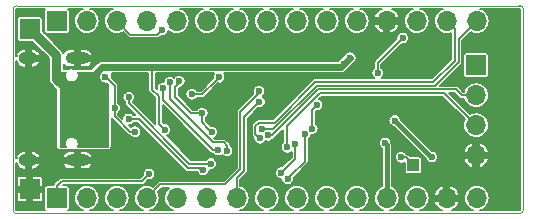
<source format=gbl>
G04 #@! TF.GenerationSoftware,KiCad,Pcbnew,5.1.4+dfsg1-1*
G04 #@! TF.CreationDate,2019-11-16T02:43:21+01:00*
G04 #@! TF.ProjectId,OtterPill,4f747465-7250-4696-9c6c-2e6b69636164,rev?*
G04 #@! TF.SameCoordinates,Original*
G04 #@! TF.FileFunction,Copper,L2,Bot*
G04 #@! TF.FilePolarity,Positive*
%FSLAX46Y46*%
G04 Gerber Fmt 4.6, Leading zero omitted, Abs format (unit mm)*
G04 Created by KiCad (PCBNEW 5.1.4+dfsg1-1) date 2019-11-16 02:43:21*
%MOMM*%
%LPD*%
G04 APERTURE LIST*
%ADD10C,0.050000*%
%ADD11O,1.700000X1.700000*%
%ADD12R,1.700000X1.700000*%
%ADD13R,1.000000X1.000000*%
%ADD14O,2.100000X1.000000*%
%ADD15O,1.600000X1.000000*%
%ADD16C,0.600000*%
%ADD17C,0.157000*%
%ADD18C,0.400000*%
%ADD19C,0.200000*%
%ADD20C,0.600000*%
%ADD21C,0.800000*%
%ADD22C,0.100000*%
G04 APERTURE END LIST*
D10*
X63200000Y-37100000D02*
G75*
G02X62900000Y-37400000I-300000J0D01*
G01*
X62900000Y-19800000D02*
G75*
G02X63200000Y-20100000I0J-300000D01*
G01*
X20000000Y-20100000D02*
G75*
G02X20300000Y-19800000I300000J0D01*
G01*
X20300000Y-37400000D02*
G75*
G02X20000000Y-37100000I0J300000D01*
G01*
X20000000Y-37100000D02*
X20000000Y-20100000D01*
X62900000Y-37400000D02*
X20300000Y-37400000D01*
X63200000Y-20100000D02*
X63200000Y-37100000D01*
X20300000Y-19800000D02*
X62900000Y-19800000D01*
D11*
X59200000Y-32470000D03*
X59200000Y-29930000D03*
X59200000Y-27390000D03*
D12*
X59200000Y-24850000D03*
D13*
X53900000Y-33300000D03*
D12*
X21420000Y-21780000D03*
X21420000Y-35340000D03*
D11*
X59260000Y-21100000D03*
X56720000Y-21100000D03*
X54180000Y-21100000D03*
X51640000Y-21100000D03*
X49100000Y-21100000D03*
X46560000Y-21100000D03*
X44020000Y-21100000D03*
X41480000Y-21100000D03*
X38940000Y-21100000D03*
X36400000Y-21100000D03*
X33860000Y-21100000D03*
X31320000Y-21100000D03*
X28780000Y-21100000D03*
X26240000Y-21100000D03*
D12*
X23700000Y-21100000D03*
D11*
X59260000Y-36100000D03*
X56720000Y-36100000D03*
X54180000Y-36100000D03*
X51640000Y-36100000D03*
X49100000Y-36100000D03*
X46560000Y-36100000D03*
X44020000Y-36100000D03*
X41480000Y-36100000D03*
X38940000Y-36100000D03*
X36400000Y-36100000D03*
X33860000Y-36100000D03*
X31320000Y-36100000D03*
X28780000Y-36100000D03*
X26240000Y-36100000D03*
D12*
X23700000Y-36100000D03*
D14*
X25454999Y-24250000D03*
X25454999Y-32890000D03*
D15*
X21274999Y-24250000D03*
X21274999Y-32890000D03*
D16*
X50300000Y-36750000D03*
X52900000Y-36800000D03*
X47800000Y-36800000D03*
X39500000Y-22500000D03*
X42700000Y-25797010D03*
X31792990Y-28275000D03*
X25150000Y-35225510D03*
X42890000Y-27780000D03*
X44250000Y-26530000D03*
X48500000Y-28820000D03*
X48710000Y-31440000D03*
X58500000Y-23200000D03*
X48620000Y-27890000D03*
X49100000Y-28500000D03*
X51470000Y-29480000D03*
X53550000Y-29600000D03*
X52200000Y-30400000D03*
X55590000Y-29000000D03*
X57150000Y-29050000D03*
X55600000Y-30600000D03*
X43640000Y-25760000D03*
X36540000Y-23530000D03*
X37000000Y-28100000D03*
X32250000Y-31850000D03*
X29480000Y-31570000D03*
X30865510Y-32360000D03*
X41640000Y-27460000D03*
X41450000Y-26190000D03*
X42730000Y-22130000D03*
X40095772Y-33843328D03*
X30050000Y-36800000D03*
X39200000Y-27892990D03*
X30292456Y-25856973D03*
X37770000Y-24242990D03*
X30340000Y-24170000D03*
X49882999Y-24887575D03*
X49200000Y-24900000D03*
X49550000Y-25500000D03*
X61680000Y-20540000D03*
X62680000Y-20540000D03*
X61680000Y-21540000D03*
X62680000Y-21540000D03*
X61680000Y-22540000D03*
X62680000Y-22540000D03*
X61680000Y-23540000D03*
X62680000Y-23540000D03*
X61680000Y-24540000D03*
X62680000Y-24540000D03*
X61680000Y-25540000D03*
X62680000Y-25540000D03*
X61680000Y-26540000D03*
X62680000Y-26540000D03*
X61680000Y-27540000D03*
X62680000Y-27540000D03*
X61680000Y-28540000D03*
X62680000Y-28540000D03*
X61680000Y-29540000D03*
X62680000Y-29540000D03*
X61680000Y-30540000D03*
X62680000Y-30540000D03*
X61680000Y-31540000D03*
X62680000Y-31540000D03*
X61680000Y-32540000D03*
X62680000Y-32540000D03*
X61680000Y-33540000D03*
X62680000Y-33540000D03*
X61680000Y-34540000D03*
X62680000Y-34540000D03*
X61680000Y-35540000D03*
X62680000Y-35540000D03*
X61680000Y-36540000D03*
X62680000Y-36540000D03*
X47656337Y-33643663D03*
X48312533Y-32567179D03*
X45320000Y-35300000D03*
X32580000Y-23594000D03*
X34612000Y-23594000D03*
X47312000Y-22832000D03*
X48582000Y-22832000D03*
X47820000Y-23594000D03*
X40230000Y-36810000D03*
X42770000Y-36810000D03*
X32580000Y-36830000D03*
X27520000Y-36790000D03*
X55470000Y-36820000D03*
X57950000Y-36810000D03*
X60610000Y-36760000D03*
X55430000Y-20390000D03*
X52880000Y-20430000D03*
X50400000Y-20460000D03*
X47800000Y-20410000D03*
X45280000Y-20420000D03*
X42740000Y-20420000D03*
X40200000Y-20400000D03*
X37690000Y-20380000D03*
X35170000Y-20400000D03*
X27510000Y-20420000D03*
X25070000Y-20380000D03*
X52980000Y-22550000D03*
X50870000Y-25530000D03*
X28592990Y-28500000D03*
X51500030Y-31437000D03*
X30330000Y-30470000D03*
X27794282Y-25816292D03*
X43196790Y-31800901D03*
X41588375Y-30788003D03*
X36014007Y-28902422D03*
X36830287Y-30510287D03*
X34070000Y-26200000D03*
X35118772Y-27302757D03*
X37449835Y-25864876D03*
X29775000Y-29400000D03*
X36113167Y-33728021D03*
X36718588Y-33171011D03*
X29800000Y-27575000D03*
X24500000Y-28800000D03*
X27700000Y-30900000D03*
X24500000Y-27900000D03*
X25150000Y-27200000D03*
X25150000Y-30357010D03*
X24770000Y-29600000D03*
X32840000Y-30290000D03*
X52315000Y-29530000D03*
X55450000Y-32620000D03*
X48000000Y-24750000D03*
X48550000Y-24200000D03*
X24300000Y-30450000D03*
X24460000Y-26810000D03*
X41050000Y-30250000D03*
X40873240Y-31036298D03*
X32620000Y-21830000D03*
X33269503Y-26301268D03*
X38114536Y-32091178D03*
X32700000Y-26800000D03*
X37360000Y-32030000D03*
X44711128Y-30646985D03*
X43238543Y-34479306D03*
X40858662Y-27948664D03*
X43887842Y-31491848D03*
X42708663Y-33938663D03*
X40831870Y-27058583D03*
X31520000Y-34060002D03*
X45330000Y-30211021D03*
X45727511Y-28212050D03*
X52870000Y-32640000D03*
D17*
X52980000Y-22550000D02*
X50870000Y-24660000D01*
X50870000Y-24660000D02*
X50870000Y-25530000D01*
D18*
X51640000Y-31576970D02*
X51500030Y-31437000D01*
X51640000Y-36100000D02*
X51640000Y-31576970D01*
D17*
X28592990Y-29157254D02*
X29905736Y-30470000D01*
X29905736Y-30470000D02*
X30330000Y-30470000D01*
X28592990Y-28500000D02*
X28592990Y-29157254D01*
X28592990Y-26615000D02*
X28094281Y-26116291D01*
X28592990Y-28500000D02*
X28592990Y-26615000D01*
X28094281Y-26116291D02*
X27794282Y-25816292D01*
X45980201Y-27202033D02*
X43196790Y-29985444D01*
X56472033Y-27202033D02*
X45980201Y-27202033D01*
X59200000Y-29930000D02*
X56472033Y-27202033D01*
X43196790Y-31376637D02*
X43196790Y-31800901D01*
X43196790Y-29985444D02*
X43196790Y-31376637D01*
X57997919Y-27390000D02*
X57495941Y-26888022D01*
X59200000Y-27390000D02*
X57997919Y-27390000D01*
X57495941Y-26888022D02*
X45850134Y-26888022D01*
X45850134Y-26888022D02*
X41950153Y-30788003D01*
X41950153Y-30788003D02*
X41588375Y-30788003D01*
X31400000Y-21180000D02*
X31320000Y-21100000D01*
X36014007Y-28902422D02*
X36014007Y-29694007D01*
X36530288Y-30210288D02*
X36830287Y-30510287D01*
X36014007Y-29694007D02*
X36530288Y-30210288D01*
X34070000Y-26320000D02*
X34070000Y-26200000D01*
X35996429Y-28920000D02*
X35080000Y-28920000D01*
X35080000Y-28920000D02*
X33700000Y-27540000D01*
X36014007Y-28902422D02*
X35996429Y-28920000D01*
X33700000Y-27540000D02*
X33700000Y-26690000D01*
X33700000Y-26690000D02*
X34070000Y-26320000D01*
X35118772Y-27302757D02*
X36011954Y-27302757D01*
X36011954Y-27302757D02*
X37149836Y-26164875D01*
X37149836Y-26164875D02*
X37449835Y-25864876D01*
D19*
X35898021Y-33728021D02*
X36113167Y-33728021D01*
X35720000Y-33550000D02*
X35898021Y-33728021D01*
X34800000Y-33550000D02*
X35720000Y-33550000D01*
X29775000Y-29400000D02*
X30650000Y-29400000D01*
X30650000Y-29400000D02*
X34800000Y-33550000D01*
X34925899Y-33171011D02*
X29800000Y-28045112D01*
X36718588Y-33171011D02*
X34925899Y-33171011D01*
X29800000Y-27999264D02*
X29800000Y-27575000D01*
X29800000Y-28045112D02*
X29800000Y-27999264D01*
X32840000Y-30290000D02*
X32350000Y-29800000D01*
X32350000Y-29800000D02*
X32350000Y-27490000D01*
X32350000Y-27490000D02*
X31790000Y-26930000D01*
X31790000Y-26930000D02*
X31790000Y-25100000D01*
D20*
X59260000Y-35527602D02*
X59260000Y-36100000D01*
D18*
X52315000Y-29530000D02*
X55405000Y-32620000D01*
X55405000Y-32620000D02*
X55450000Y-32620000D01*
D20*
X48550000Y-24200000D02*
X48000000Y-24750000D01*
X47750001Y-24999999D02*
X48000000Y-24750000D01*
X27540000Y-24999999D02*
X47750001Y-24999999D01*
X25707000Y-26055361D02*
X26484638Y-26055361D01*
X26484638Y-26055361D02*
X27540000Y-24999999D01*
D21*
X21420000Y-21780000D02*
X23650000Y-24010000D01*
X23650000Y-26000000D02*
X24460000Y-26810000D01*
X23650000Y-24010000D02*
X23650000Y-26000000D01*
D17*
X45720067Y-26574011D02*
X42044078Y-30250000D01*
X41474264Y-30250000D02*
X41050000Y-30250000D01*
X55720067Y-26574011D02*
X45720067Y-26574011D01*
X42044078Y-30250000D02*
X41474264Y-30250000D01*
X59260000Y-21100000D02*
X57714011Y-22645989D01*
X57714011Y-22645989D02*
X57714010Y-24580068D01*
X57714010Y-24580068D02*
X55720067Y-26574011D01*
X40573241Y-30736299D02*
X40873240Y-31036298D01*
X55590000Y-26260000D02*
X45590000Y-26260000D01*
X45590000Y-26260000D02*
X42135501Y-29714499D01*
X42135501Y-29714499D02*
X40792959Y-29714499D01*
X40792959Y-29714499D02*
X40514499Y-29992959D01*
X40514499Y-29992959D02*
X40514499Y-30677557D01*
X40514499Y-30677557D02*
X40573241Y-30736299D01*
X56720000Y-21100000D02*
X57400000Y-21780000D01*
X57400000Y-21780000D02*
X57400000Y-24450000D01*
X57400000Y-24450000D02*
X55590000Y-26260000D01*
X32320001Y-22129999D02*
X32620000Y-21830000D01*
X32200000Y-22250000D02*
X32320001Y-22129999D01*
X28780000Y-21100000D02*
X29930000Y-22250000D01*
X29930000Y-22250000D02*
X32200000Y-22250000D01*
X36930234Y-31374498D02*
X37822120Y-31374498D01*
X37822120Y-31374498D02*
X38114536Y-31666914D01*
X33269503Y-26301268D02*
X33269503Y-27713767D01*
X38114536Y-31666914D02*
X38114536Y-32091178D01*
X33269503Y-27713767D02*
X36930234Y-31374498D01*
X32700000Y-27794264D02*
X36935736Y-32030000D01*
X32700000Y-26800000D02*
X32700000Y-27794264D01*
X36935736Y-32030000D02*
X37360000Y-32030000D01*
X41480000Y-36100000D02*
X41552542Y-36100000D01*
X44711128Y-30646985D02*
X44711128Y-33006721D01*
X44711128Y-33006721D02*
X43538542Y-34179307D01*
X43538542Y-34179307D02*
X43238543Y-34479306D01*
X38940000Y-34404078D02*
X39564011Y-33780067D01*
X39564011Y-33780067D02*
X39564011Y-29243315D01*
X38940000Y-36100000D02*
X38940000Y-34404078D01*
X40558663Y-28248663D02*
X40858662Y-27948664D01*
X39564011Y-29243315D02*
X40558663Y-28248663D01*
X43887842Y-31491848D02*
X43887842Y-32759484D01*
X43008662Y-33638664D02*
X42708663Y-33938663D01*
X43887842Y-32759484D02*
X43008662Y-33638664D01*
X40831870Y-27218130D02*
X40831870Y-27058583D01*
X39250000Y-28800000D02*
X40831870Y-27218130D01*
X39250000Y-33650000D02*
X39250000Y-28800000D01*
X37960000Y-34940000D02*
X39250000Y-33650000D01*
X31320000Y-36100000D02*
X32480000Y-34940000D01*
X32480000Y-34940000D02*
X37960000Y-34940000D01*
X31524999Y-34065001D02*
X31520000Y-34060002D01*
X30900000Y-34690000D02*
X31524999Y-34065001D01*
X24103000Y-34690000D02*
X30900000Y-34690000D01*
X23700000Y-36100000D02*
X23700000Y-35093000D01*
X23700000Y-35093000D02*
X24103000Y-34690000D01*
X45330000Y-28609561D02*
X45427512Y-28512049D01*
X45330000Y-30211021D02*
X45330000Y-28609561D01*
X45427512Y-28512049D02*
X45727511Y-28212050D01*
X53240000Y-32640000D02*
X53900000Y-33300000D01*
X52870000Y-32640000D02*
X53240000Y-32640000D01*
D22*
G36*
X24413444Y-25524821D02*
G01*
X24392999Y-25627603D01*
X24392999Y-25732397D01*
X24413444Y-25835179D01*
X24453547Y-25931996D01*
X24511768Y-26019130D01*
X24585869Y-26093231D01*
X24673003Y-26151452D01*
X24769820Y-26191555D01*
X24872602Y-26212000D01*
X24977396Y-26212000D01*
X25080178Y-26191555D01*
X25176995Y-26151452D01*
X25264129Y-26093231D01*
X25338230Y-26019130D01*
X25396451Y-25931996D01*
X25436554Y-25835179D01*
X25456999Y-25732397D01*
X25456999Y-25627603D01*
X25436554Y-25524821D01*
X25405562Y-25450000D01*
X27443568Y-25450000D01*
X27400470Y-25493098D01*
X27344985Y-25576138D01*
X27306766Y-25668406D01*
X27287282Y-25766357D01*
X27287282Y-25866227D01*
X27306766Y-25964178D01*
X27344985Y-26056446D01*
X27400470Y-26139486D01*
X27471088Y-26210104D01*
X27554128Y-26265589D01*
X27646396Y-26303808D01*
X27744347Y-26323292D01*
X27844217Y-26323292D01*
X27888680Y-26314448D01*
X27902317Y-26328085D01*
X27902322Y-26328089D01*
X28050000Y-26475767D01*
X28050000Y-31750000D01*
X25371058Y-31750000D01*
X25396451Y-31711996D01*
X25436554Y-31615179D01*
X25456999Y-31512397D01*
X25456999Y-31407603D01*
X25436554Y-31304821D01*
X25396451Y-31208004D01*
X25338230Y-31120870D01*
X25264129Y-31046769D01*
X25176995Y-30988548D01*
X25080178Y-30948445D01*
X24977396Y-30928000D01*
X24872602Y-30928000D01*
X24769820Y-30948445D01*
X24673003Y-30988548D01*
X24585869Y-31046769D01*
X24511768Y-31120870D01*
X24453547Y-31208004D01*
X24413444Y-31304821D01*
X24392999Y-31407603D01*
X24392999Y-31512397D01*
X24413444Y-31615179D01*
X24453547Y-31711996D01*
X24478940Y-31750000D01*
X23950000Y-31750000D01*
X23950000Y-25450000D01*
X24444436Y-25450000D01*
X24413444Y-25524821D01*
X24413444Y-25524821D01*
G37*
X24413444Y-25524821D02*
X24392999Y-25627603D01*
X24392999Y-25732397D01*
X24413444Y-25835179D01*
X24453547Y-25931996D01*
X24511768Y-26019130D01*
X24585869Y-26093231D01*
X24673003Y-26151452D01*
X24769820Y-26191555D01*
X24872602Y-26212000D01*
X24977396Y-26212000D01*
X25080178Y-26191555D01*
X25176995Y-26151452D01*
X25264129Y-26093231D01*
X25338230Y-26019130D01*
X25396451Y-25931996D01*
X25436554Y-25835179D01*
X25456999Y-25732397D01*
X25456999Y-25627603D01*
X25436554Y-25524821D01*
X25405562Y-25450000D01*
X27443568Y-25450000D01*
X27400470Y-25493098D01*
X27344985Y-25576138D01*
X27306766Y-25668406D01*
X27287282Y-25766357D01*
X27287282Y-25866227D01*
X27306766Y-25964178D01*
X27344985Y-26056446D01*
X27400470Y-26139486D01*
X27471088Y-26210104D01*
X27554128Y-26265589D01*
X27646396Y-26303808D01*
X27744347Y-26323292D01*
X27844217Y-26323292D01*
X27888680Y-26314448D01*
X27902317Y-26328085D01*
X27902322Y-26328089D01*
X28050000Y-26475767D01*
X28050000Y-31750000D01*
X25371058Y-31750000D01*
X25396451Y-31711996D01*
X25436554Y-31615179D01*
X25456999Y-31512397D01*
X25456999Y-31407603D01*
X25436554Y-31304821D01*
X25396451Y-31208004D01*
X25338230Y-31120870D01*
X25264129Y-31046769D01*
X25176995Y-30988548D01*
X25080178Y-30948445D01*
X24977396Y-30928000D01*
X24872602Y-30928000D01*
X24769820Y-30948445D01*
X24673003Y-30988548D01*
X24585869Y-31046769D01*
X24511768Y-31120870D01*
X24453547Y-31208004D01*
X24413444Y-31304821D01*
X24392999Y-31407603D01*
X24392999Y-31512397D01*
X24413444Y-31615179D01*
X24453547Y-31711996D01*
X24478940Y-31750000D01*
X23950000Y-31750000D01*
X23950000Y-25450000D01*
X24444436Y-25450000D01*
X24413444Y-25524821D01*
D17*
G36*
X22682671Y-20082671D02*
G01*
X22653242Y-20118530D01*
X22631374Y-20159442D01*
X22617908Y-20203834D01*
X22613361Y-20250000D01*
X22613361Y-21950000D01*
X22617908Y-21996166D01*
X22631374Y-22040558D01*
X22653242Y-22081470D01*
X22682671Y-22117329D01*
X22718530Y-22146758D01*
X22759442Y-22168626D01*
X22803834Y-22182092D01*
X22850000Y-22186639D01*
X24550000Y-22186639D01*
X24596166Y-22182092D01*
X24640558Y-22168626D01*
X24681470Y-22146758D01*
X24717329Y-22117329D01*
X24746758Y-22081470D01*
X24768626Y-22040558D01*
X24782092Y-21996166D01*
X24786639Y-21950000D01*
X24786639Y-20250000D01*
X24782092Y-20203834D01*
X24768626Y-20159442D01*
X24746758Y-20118530D01*
X24717329Y-20082671D01*
X24690314Y-20060500D01*
X25927340Y-20060500D01*
X25822587Y-20092277D01*
X25634011Y-20193073D01*
X25468722Y-20328722D01*
X25333073Y-20494011D01*
X25232277Y-20682587D01*
X25170206Y-20887205D01*
X25149248Y-21100000D01*
X25170206Y-21312795D01*
X25232277Y-21517413D01*
X25333073Y-21705989D01*
X25468722Y-21871278D01*
X25634011Y-22006927D01*
X25822587Y-22107723D01*
X26027205Y-22169794D01*
X26186674Y-22185500D01*
X26293326Y-22185500D01*
X26452795Y-22169794D01*
X26657413Y-22107723D01*
X26845989Y-22006927D01*
X27011278Y-21871278D01*
X27146927Y-21705989D01*
X27247723Y-21517413D01*
X27309794Y-21312795D01*
X27330752Y-21100000D01*
X27309794Y-20887205D01*
X27247723Y-20682587D01*
X27146927Y-20494011D01*
X27011278Y-20328722D01*
X26845989Y-20193073D01*
X26657413Y-20092277D01*
X26552660Y-20060500D01*
X28467340Y-20060500D01*
X28362587Y-20092277D01*
X28174011Y-20193073D01*
X28008722Y-20328722D01*
X27873073Y-20494011D01*
X27772277Y-20682587D01*
X27710206Y-20887205D01*
X27689248Y-21100000D01*
X27710206Y-21312795D01*
X27772277Y-21517413D01*
X27873073Y-21705989D01*
X28008722Y-21871278D01*
X28174011Y-22006927D01*
X28362587Y-22107723D01*
X28567205Y-22169794D01*
X28726674Y-22185500D01*
X28833326Y-22185500D01*
X28992795Y-22169794D01*
X29197413Y-22107723D01*
X29292718Y-22056781D01*
X29697060Y-22461123D01*
X29706894Y-22473106D01*
X29754707Y-22512344D01*
X29809256Y-22541502D01*
X29868445Y-22559456D01*
X29930000Y-22565519D01*
X29945421Y-22564000D01*
X32184579Y-22564000D01*
X32200000Y-22565519D01*
X32215421Y-22564000D01*
X32215422Y-22564000D01*
X32261555Y-22559456D01*
X32320744Y-22541502D01*
X32375293Y-22512344D01*
X32423106Y-22473106D01*
X32432944Y-22461118D01*
X32534982Y-22359080D01*
X32567258Y-22365500D01*
X32672742Y-22365500D01*
X32776200Y-22344921D01*
X32873654Y-22304554D01*
X32961361Y-22245950D01*
X33035950Y-22171361D01*
X33094554Y-22083654D01*
X33134921Y-21986200D01*
X33148089Y-21919999D01*
X33254011Y-22006927D01*
X33442587Y-22107723D01*
X33647205Y-22169794D01*
X33806674Y-22185500D01*
X33913326Y-22185500D01*
X34072795Y-22169794D01*
X34277413Y-22107723D01*
X34465989Y-22006927D01*
X34631278Y-21871278D01*
X34766927Y-21705989D01*
X34867723Y-21517413D01*
X34929794Y-21312795D01*
X34950752Y-21100000D01*
X34929794Y-20887205D01*
X34867723Y-20682587D01*
X34766927Y-20494011D01*
X34631278Y-20328722D01*
X34465989Y-20193073D01*
X34277413Y-20092277D01*
X34172660Y-20060500D01*
X36087340Y-20060500D01*
X35982587Y-20092277D01*
X35794011Y-20193073D01*
X35628722Y-20328722D01*
X35493073Y-20494011D01*
X35392277Y-20682587D01*
X35330206Y-20887205D01*
X35309248Y-21100000D01*
X35330206Y-21312795D01*
X35392277Y-21517413D01*
X35493073Y-21705989D01*
X35628722Y-21871278D01*
X35794011Y-22006927D01*
X35982587Y-22107723D01*
X36187205Y-22169794D01*
X36346674Y-22185500D01*
X36453326Y-22185500D01*
X36612795Y-22169794D01*
X36817413Y-22107723D01*
X37005989Y-22006927D01*
X37171278Y-21871278D01*
X37306927Y-21705989D01*
X37407723Y-21517413D01*
X37469794Y-21312795D01*
X37490752Y-21100000D01*
X37469794Y-20887205D01*
X37407723Y-20682587D01*
X37306927Y-20494011D01*
X37171278Y-20328722D01*
X37005989Y-20193073D01*
X36817413Y-20092277D01*
X36712660Y-20060500D01*
X38627340Y-20060500D01*
X38522587Y-20092277D01*
X38334011Y-20193073D01*
X38168722Y-20328722D01*
X38033073Y-20494011D01*
X37932277Y-20682587D01*
X37870206Y-20887205D01*
X37849248Y-21100000D01*
X37870206Y-21312795D01*
X37932277Y-21517413D01*
X38033073Y-21705989D01*
X38168722Y-21871278D01*
X38334011Y-22006927D01*
X38522587Y-22107723D01*
X38727205Y-22169794D01*
X38886674Y-22185500D01*
X38993326Y-22185500D01*
X39152795Y-22169794D01*
X39357413Y-22107723D01*
X39545989Y-22006927D01*
X39711278Y-21871278D01*
X39846927Y-21705989D01*
X39947723Y-21517413D01*
X40009794Y-21312795D01*
X40030752Y-21100000D01*
X40009794Y-20887205D01*
X39947723Y-20682587D01*
X39846927Y-20494011D01*
X39711278Y-20328722D01*
X39545989Y-20193073D01*
X39357413Y-20092277D01*
X39252660Y-20060500D01*
X41167340Y-20060500D01*
X41062587Y-20092277D01*
X40874011Y-20193073D01*
X40708722Y-20328722D01*
X40573073Y-20494011D01*
X40472277Y-20682587D01*
X40410206Y-20887205D01*
X40389248Y-21100000D01*
X40410206Y-21312795D01*
X40472277Y-21517413D01*
X40573073Y-21705989D01*
X40708722Y-21871278D01*
X40874011Y-22006927D01*
X41062587Y-22107723D01*
X41267205Y-22169794D01*
X41426674Y-22185500D01*
X41533326Y-22185500D01*
X41692795Y-22169794D01*
X41897413Y-22107723D01*
X42085989Y-22006927D01*
X42251278Y-21871278D01*
X42386927Y-21705989D01*
X42487723Y-21517413D01*
X42549794Y-21312795D01*
X42570752Y-21100000D01*
X42549794Y-20887205D01*
X42487723Y-20682587D01*
X42386927Y-20494011D01*
X42251278Y-20328722D01*
X42085989Y-20193073D01*
X41897413Y-20092277D01*
X41792660Y-20060500D01*
X43707340Y-20060500D01*
X43602587Y-20092277D01*
X43414011Y-20193073D01*
X43248722Y-20328722D01*
X43113073Y-20494011D01*
X43012277Y-20682587D01*
X42950206Y-20887205D01*
X42929248Y-21100000D01*
X42950206Y-21312795D01*
X43012277Y-21517413D01*
X43113073Y-21705989D01*
X43248722Y-21871278D01*
X43414011Y-22006927D01*
X43602587Y-22107723D01*
X43807205Y-22169794D01*
X43966674Y-22185500D01*
X44073326Y-22185500D01*
X44232795Y-22169794D01*
X44437413Y-22107723D01*
X44625989Y-22006927D01*
X44791278Y-21871278D01*
X44926927Y-21705989D01*
X45027723Y-21517413D01*
X45089794Y-21312795D01*
X45110752Y-21100000D01*
X45089794Y-20887205D01*
X45027723Y-20682587D01*
X44926927Y-20494011D01*
X44791278Y-20328722D01*
X44625989Y-20193073D01*
X44437413Y-20092277D01*
X44332660Y-20060500D01*
X46247340Y-20060500D01*
X46142587Y-20092277D01*
X45954011Y-20193073D01*
X45788722Y-20328722D01*
X45653073Y-20494011D01*
X45552277Y-20682587D01*
X45490206Y-20887205D01*
X45469248Y-21100000D01*
X45490206Y-21312795D01*
X45552277Y-21517413D01*
X45653073Y-21705989D01*
X45788722Y-21871278D01*
X45954011Y-22006927D01*
X46142587Y-22107723D01*
X46347205Y-22169794D01*
X46506674Y-22185500D01*
X46613326Y-22185500D01*
X46772795Y-22169794D01*
X46977413Y-22107723D01*
X47165989Y-22006927D01*
X47331278Y-21871278D01*
X47466927Y-21705989D01*
X47567723Y-21517413D01*
X47629794Y-21312795D01*
X47650752Y-21100000D01*
X47629794Y-20887205D01*
X47567723Y-20682587D01*
X47466927Y-20494011D01*
X47331278Y-20328722D01*
X47165989Y-20193073D01*
X46977413Y-20092277D01*
X46872660Y-20060500D01*
X48787340Y-20060500D01*
X48682587Y-20092277D01*
X48494011Y-20193073D01*
X48328722Y-20328722D01*
X48193073Y-20494011D01*
X48092277Y-20682587D01*
X48030206Y-20887205D01*
X48009248Y-21100000D01*
X48030206Y-21312795D01*
X48092277Y-21517413D01*
X48193073Y-21705989D01*
X48328722Y-21871278D01*
X48494011Y-22006927D01*
X48682587Y-22107723D01*
X48887205Y-22169794D01*
X49046674Y-22185500D01*
X49153326Y-22185500D01*
X49312795Y-22169794D01*
X49517413Y-22107723D01*
X49705989Y-22006927D01*
X49871278Y-21871278D01*
X50006927Y-21705989D01*
X50107723Y-21517413D01*
X50115469Y-21491877D01*
X50581714Y-21491877D01*
X50678500Y-21690809D01*
X50812236Y-21867036D01*
X50977783Y-22013786D01*
X51168778Y-22125420D01*
X51248125Y-22158275D01*
X51418500Y-22135449D01*
X51418500Y-21321500D01*
X51861500Y-21321500D01*
X51861500Y-22135449D01*
X52031875Y-22158275D01*
X52111222Y-22125420D01*
X52302217Y-22013786D01*
X52467764Y-21867036D01*
X52601500Y-21690809D01*
X52698286Y-21491877D01*
X52676935Y-21321500D01*
X51861500Y-21321500D01*
X51418500Y-21321500D01*
X50603065Y-21321500D01*
X50581714Y-21491877D01*
X50115469Y-21491877D01*
X50169794Y-21312795D01*
X50190752Y-21100000D01*
X50169794Y-20887205D01*
X50107723Y-20682587D01*
X50006927Y-20494011D01*
X49871278Y-20328722D01*
X49705989Y-20193073D01*
X49517413Y-20092277D01*
X49412660Y-20060500D01*
X51202782Y-20060500D01*
X51168778Y-20074580D01*
X50977783Y-20186214D01*
X50812236Y-20332964D01*
X50678500Y-20509191D01*
X50581714Y-20708123D01*
X50603065Y-20878500D01*
X51418500Y-20878500D01*
X51418500Y-20858500D01*
X51861500Y-20858500D01*
X51861500Y-20878500D01*
X52676935Y-20878500D01*
X52698286Y-20708123D01*
X52601500Y-20509191D01*
X52467764Y-20332964D01*
X52302217Y-20186214D01*
X52111222Y-20074580D01*
X52077218Y-20060500D01*
X53867340Y-20060500D01*
X53762587Y-20092277D01*
X53574011Y-20193073D01*
X53408722Y-20328722D01*
X53273073Y-20494011D01*
X53172277Y-20682587D01*
X53110206Y-20887205D01*
X53089248Y-21100000D01*
X53110206Y-21312795D01*
X53172277Y-21517413D01*
X53273073Y-21705989D01*
X53408722Y-21871278D01*
X53574011Y-22006927D01*
X53762587Y-22107723D01*
X53967205Y-22169794D01*
X54126674Y-22185500D01*
X54233326Y-22185500D01*
X54392795Y-22169794D01*
X54597413Y-22107723D01*
X54785989Y-22006927D01*
X54951278Y-21871278D01*
X55086927Y-21705989D01*
X55187723Y-21517413D01*
X55249794Y-21312795D01*
X55270752Y-21100000D01*
X55249794Y-20887205D01*
X55187723Y-20682587D01*
X55086927Y-20494011D01*
X54951278Y-20328722D01*
X54785989Y-20193073D01*
X54597413Y-20092277D01*
X54492660Y-20060500D01*
X56407340Y-20060500D01*
X56302587Y-20092277D01*
X56114011Y-20193073D01*
X55948722Y-20328722D01*
X55813073Y-20494011D01*
X55712277Y-20682587D01*
X55650206Y-20887205D01*
X55629248Y-21100000D01*
X55650206Y-21312795D01*
X55712277Y-21517413D01*
X55813073Y-21705989D01*
X55948722Y-21871278D01*
X56114011Y-22006927D01*
X56302587Y-22107723D01*
X56507205Y-22169794D01*
X56666674Y-22185500D01*
X56773326Y-22185500D01*
X56932795Y-22169794D01*
X57086000Y-22123319D01*
X57086001Y-24319936D01*
X55459938Y-25946000D01*
X51211286Y-25946000D01*
X51211361Y-25945950D01*
X51285950Y-25871361D01*
X51344554Y-25783654D01*
X51384921Y-25686200D01*
X51405500Y-25582742D01*
X51405500Y-25477258D01*
X51384921Y-25373800D01*
X51344554Y-25276346D01*
X51285950Y-25188639D01*
X51211361Y-25114050D01*
X51184000Y-25095768D01*
X51184000Y-24790062D01*
X52894983Y-23079080D01*
X52927258Y-23085500D01*
X53032742Y-23085500D01*
X53136200Y-23064921D01*
X53233654Y-23024554D01*
X53321361Y-22965950D01*
X53395950Y-22891361D01*
X53454554Y-22803654D01*
X53494921Y-22706200D01*
X53515500Y-22602742D01*
X53515500Y-22497258D01*
X53494921Y-22393800D01*
X53454554Y-22296346D01*
X53395950Y-22208639D01*
X53321361Y-22134050D01*
X53233654Y-22075446D01*
X53136200Y-22035079D01*
X53032742Y-22014500D01*
X52927258Y-22014500D01*
X52823800Y-22035079D01*
X52726346Y-22075446D01*
X52638639Y-22134050D01*
X52564050Y-22208639D01*
X52505446Y-22296346D01*
X52465079Y-22393800D01*
X52444500Y-22497258D01*
X52444500Y-22602742D01*
X52450920Y-22635017D01*
X50658882Y-24427056D01*
X50646894Y-24436894D01*
X50607656Y-24484708D01*
X50578498Y-24539257D01*
X50564464Y-24585524D01*
X50560544Y-24598446D01*
X50554481Y-24660000D01*
X50556000Y-24675422D01*
X50556001Y-25095768D01*
X50528639Y-25114050D01*
X50454050Y-25188639D01*
X50395446Y-25276346D01*
X50355079Y-25373800D01*
X50334500Y-25477258D01*
X50334500Y-25582742D01*
X50355079Y-25686200D01*
X50395446Y-25783654D01*
X50454050Y-25871361D01*
X50528639Y-25945950D01*
X50528714Y-25946000D01*
X45605418Y-25946000D01*
X45589999Y-25944481D01*
X45574580Y-25946000D01*
X45574578Y-25946000D01*
X45528445Y-25950544D01*
X45469256Y-25968498D01*
X45414707Y-25997656D01*
X45366894Y-26036894D01*
X45357063Y-26048874D01*
X42005439Y-29400499D01*
X40808380Y-29400499D01*
X40792959Y-29398980D01*
X40731404Y-29405043D01*
X40672214Y-29422997D01*
X40631749Y-29444627D01*
X40617666Y-29452155D01*
X40569853Y-29491393D01*
X40560022Y-29503373D01*
X40303381Y-29760015D01*
X40291393Y-29769853D01*
X40252155Y-29817667D01*
X40222997Y-29872216D01*
X40205769Y-29929011D01*
X40205043Y-29931405D01*
X40198980Y-29992959D01*
X40200499Y-30008381D01*
X40200500Y-30662126D01*
X40198980Y-30677557D01*
X40205043Y-30739111D01*
X40222998Y-30798301D01*
X40250396Y-30849557D01*
X40252156Y-30852850D01*
X40291394Y-30900663D01*
X40303377Y-30910497D01*
X40344160Y-30951280D01*
X40337740Y-30983556D01*
X40337740Y-31089040D01*
X40358319Y-31192498D01*
X40398686Y-31289952D01*
X40457290Y-31377659D01*
X40531879Y-31452248D01*
X40619586Y-31510852D01*
X40717040Y-31551219D01*
X40820498Y-31571798D01*
X40925982Y-31571798D01*
X41029440Y-31551219D01*
X41126894Y-31510852D01*
X41214601Y-31452248D01*
X41289190Y-31377659D01*
X41347794Y-31289952D01*
X41355565Y-31271191D01*
X41432175Y-31302924D01*
X41535633Y-31323503D01*
X41641117Y-31323503D01*
X41744575Y-31302924D01*
X41842029Y-31262557D01*
X41929736Y-31203953D01*
X42004325Y-31129364D01*
X42029186Y-31092157D01*
X42070897Y-31079505D01*
X42125446Y-31050347D01*
X42173259Y-31011109D01*
X42183097Y-30999121D01*
X42882790Y-30299428D01*
X42882791Y-31361206D01*
X42882790Y-31361216D01*
X42882790Y-31366669D01*
X42855429Y-31384951D01*
X42780840Y-31459540D01*
X42722236Y-31547247D01*
X42681869Y-31644701D01*
X42661290Y-31748159D01*
X42661290Y-31853643D01*
X42681869Y-31957101D01*
X42722236Y-32054555D01*
X42780840Y-32142262D01*
X42855429Y-32216851D01*
X42943136Y-32275455D01*
X43040590Y-32315822D01*
X43144048Y-32336401D01*
X43249532Y-32336401D01*
X43352990Y-32315822D01*
X43450444Y-32275455D01*
X43538151Y-32216851D01*
X43573843Y-32181159D01*
X43573843Y-32629420D01*
X42797540Y-33405724D01*
X42797535Y-33405728D01*
X42793680Y-33409583D01*
X42761405Y-33403163D01*
X42655921Y-33403163D01*
X42552463Y-33423742D01*
X42455009Y-33464109D01*
X42367302Y-33522713D01*
X42292713Y-33597302D01*
X42234109Y-33685009D01*
X42193742Y-33782463D01*
X42173163Y-33885921D01*
X42173163Y-33991405D01*
X42193742Y-34094863D01*
X42234109Y-34192317D01*
X42292713Y-34280024D01*
X42367302Y-34354613D01*
X42455009Y-34413217D01*
X42552463Y-34453584D01*
X42655921Y-34474163D01*
X42703043Y-34474163D01*
X42703043Y-34532048D01*
X42723622Y-34635506D01*
X42763989Y-34732960D01*
X42822593Y-34820667D01*
X42897182Y-34895256D01*
X42984889Y-34953860D01*
X43082343Y-34994227D01*
X43185801Y-35014806D01*
X43291285Y-35014806D01*
X43394743Y-34994227D01*
X43492197Y-34953860D01*
X43579904Y-34895256D01*
X43654493Y-34820667D01*
X43713097Y-34732960D01*
X43753464Y-34635506D01*
X43774043Y-34532048D01*
X43774043Y-34426564D01*
X43767623Y-34394289D01*
X43771478Y-34390434D01*
X43771482Y-34390429D01*
X44922251Y-33239661D01*
X44934234Y-33229827D01*
X44973472Y-33182014D01*
X45002630Y-33127465D01*
X45020584Y-33068276D01*
X45025128Y-33022143D01*
X45026647Y-33006722D01*
X45025128Y-32991300D01*
X45025128Y-31081217D01*
X45052489Y-31062935D01*
X45127078Y-30988346D01*
X45185682Y-30900639D01*
X45226049Y-30803185D01*
X45238840Y-30738879D01*
X45277258Y-30746521D01*
X45382742Y-30746521D01*
X45486200Y-30725942D01*
X45583654Y-30685575D01*
X45671361Y-30626971D01*
X45745950Y-30552382D01*
X45804554Y-30464675D01*
X45844921Y-30367221D01*
X45865500Y-30263763D01*
X45865500Y-30158279D01*
X45844921Y-30054821D01*
X45804554Y-29957367D01*
X45745950Y-29869660D01*
X45671361Y-29795071D01*
X45644000Y-29776789D01*
X45644000Y-29477258D01*
X51779500Y-29477258D01*
X51779500Y-29582742D01*
X51800079Y-29686200D01*
X51840446Y-29783654D01*
X51899050Y-29871361D01*
X51973639Y-29945950D01*
X52061346Y-30004554D01*
X52158800Y-30044921D01*
X52227746Y-30058635D01*
X54932539Y-32763429D01*
X54935079Y-32776200D01*
X54975446Y-32873654D01*
X55034050Y-32961361D01*
X55108639Y-33035950D01*
X55196346Y-33094554D01*
X55293800Y-33134921D01*
X55397258Y-33155500D01*
X55502742Y-33155500D01*
X55606200Y-33134921D01*
X55703654Y-33094554D01*
X55791361Y-33035950D01*
X55865950Y-32961361D01*
X55924554Y-32873654D01*
X55929433Y-32861875D01*
X58141725Y-32861875D01*
X58174580Y-32941222D01*
X58286214Y-33132217D01*
X58432964Y-33297764D01*
X58609191Y-33431500D01*
X58808123Y-33528286D01*
X58978500Y-33506935D01*
X58978500Y-32691500D01*
X59421500Y-32691500D01*
X59421500Y-33506935D01*
X59591877Y-33528286D01*
X59790809Y-33431500D01*
X59967036Y-33297764D01*
X60113786Y-33132217D01*
X60225420Y-32941222D01*
X60258275Y-32861875D01*
X60235449Y-32691500D01*
X59421500Y-32691500D01*
X58978500Y-32691500D01*
X58164551Y-32691500D01*
X58141725Y-32861875D01*
X55929433Y-32861875D01*
X55964921Y-32776200D01*
X55985500Y-32672742D01*
X55985500Y-32567258D01*
X55964921Y-32463800D01*
X55924554Y-32366346D01*
X55865950Y-32278639D01*
X55791361Y-32204050D01*
X55703654Y-32145446D01*
X55606200Y-32105079D01*
X55502742Y-32084500D01*
X55485390Y-32084500D01*
X55479015Y-32078125D01*
X58141725Y-32078125D01*
X58164551Y-32248500D01*
X58978500Y-32248500D01*
X58978500Y-31433065D01*
X59421500Y-31433065D01*
X59421500Y-32248500D01*
X60235449Y-32248500D01*
X60258275Y-32078125D01*
X60225420Y-31998778D01*
X60113786Y-31807783D01*
X59967036Y-31642236D01*
X59790809Y-31508500D01*
X59591877Y-31411714D01*
X59421500Y-31433065D01*
X58978500Y-31433065D01*
X58808123Y-31411714D01*
X58609191Y-31508500D01*
X58432964Y-31642236D01*
X58286214Y-31807783D01*
X58174580Y-31998778D01*
X58141725Y-32078125D01*
X55479015Y-32078125D01*
X52843635Y-29442746D01*
X52829921Y-29373800D01*
X52789554Y-29276346D01*
X52730950Y-29188639D01*
X52656361Y-29114050D01*
X52568654Y-29055446D01*
X52471200Y-29015079D01*
X52367742Y-28994500D01*
X52262258Y-28994500D01*
X52158800Y-29015079D01*
X52061346Y-29055446D01*
X51973639Y-29114050D01*
X51899050Y-29188639D01*
X51840446Y-29276346D01*
X51800079Y-29373800D01*
X51779500Y-29477258D01*
X45644000Y-29477258D01*
X45644000Y-28741430D01*
X45674769Y-28747550D01*
X45780253Y-28747550D01*
X45883711Y-28726971D01*
X45981165Y-28686604D01*
X46068872Y-28628000D01*
X46143461Y-28553411D01*
X46202065Y-28465704D01*
X46242432Y-28368250D01*
X46263011Y-28264792D01*
X46263011Y-28159308D01*
X46242432Y-28055850D01*
X46202065Y-27958396D01*
X46143461Y-27870689D01*
X46068872Y-27796100D01*
X45981165Y-27737496D01*
X45915854Y-27710443D01*
X46110264Y-27516033D01*
X56341971Y-27516033D01*
X58243219Y-29417282D01*
X58192277Y-29512587D01*
X58130206Y-29717205D01*
X58109248Y-29930000D01*
X58130206Y-30142795D01*
X58192277Y-30347413D01*
X58293073Y-30535989D01*
X58428722Y-30701278D01*
X58594011Y-30836927D01*
X58782587Y-30937723D01*
X58987205Y-30999794D01*
X59146674Y-31015500D01*
X59253326Y-31015500D01*
X59412795Y-30999794D01*
X59617413Y-30937723D01*
X59805989Y-30836927D01*
X59971278Y-30701278D01*
X60106927Y-30535989D01*
X60207723Y-30347413D01*
X60269794Y-30142795D01*
X60290752Y-29930000D01*
X60269794Y-29717205D01*
X60207723Y-29512587D01*
X60106927Y-29324011D01*
X59971278Y-29158722D01*
X59805989Y-29023073D01*
X59617413Y-28922277D01*
X59412795Y-28860206D01*
X59253326Y-28844500D01*
X59146674Y-28844500D01*
X58987205Y-28860206D01*
X58782587Y-28922277D01*
X58687282Y-28973219D01*
X56916084Y-27202022D01*
X57365879Y-27202022D01*
X57764979Y-27601123D01*
X57774813Y-27613106D01*
X57822626Y-27652344D01*
X57877175Y-27681502D01*
X57921707Y-27695010D01*
X57936364Y-27699456D01*
X57997918Y-27705519D01*
X58013340Y-27704000D01*
X58160907Y-27704000D01*
X58192277Y-27807413D01*
X58293073Y-27995989D01*
X58428722Y-28161278D01*
X58594011Y-28296927D01*
X58782587Y-28397723D01*
X58987205Y-28459794D01*
X59146674Y-28475500D01*
X59253326Y-28475500D01*
X59412795Y-28459794D01*
X59617413Y-28397723D01*
X59805989Y-28296927D01*
X59971278Y-28161278D01*
X60106927Y-27995989D01*
X60207723Y-27807413D01*
X60269794Y-27602795D01*
X60290752Y-27390000D01*
X60269794Y-27177205D01*
X60207723Y-26972587D01*
X60106927Y-26784011D01*
X59971278Y-26618722D01*
X59805989Y-26483073D01*
X59617413Y-26382277D01*
X59412795Y-26320206D01*
X59253326Y-26304500D01*
X59146674Y-26304500D01*
X58987205Y-26320206D01*
X58782587Y-26382277D01*
X58594011Y-26483073D01*
X58428722Y-26618722D01*
X58293073Y-26784011D01*
X58192277Y-26972587D01*
X58160907Y-27076000D01*
X58127982Y-27076000D01*
X57728885Y-26676904D01*
X57719047Y-26664916D01*
X57671234Y-26625678D01*
X57616685Y-26596520D01*
X57557496Y-26578566D01*
X57511363Y-26574022D01*
X57511362Y-26574022D01*
X57495941Y-26572503D01*
X57480520Y-26574022D01*
X56164118Y-26574022D01*
X57925138Y-24813003D01*
X57937115Y-24803174D01*
X57946946Y-24791195D01*
X57976354Y-24755361D01*
X58005511Y-24700813D01*
X58023465Y-24641623D01*
X58029529Y-24580069D01*
X58028009Y-24564640D01*
X58028009Y-24000000D01*
X58113361Y-24000000D01*
X58113361Y-25700000D01*
X58117908Y-25746166D01*
X58131374Y-25790558D01*
X58153242Y-25831470D01*
X58182671Y-25867329D01*
X58218530Y-25896758D01*
X58259442Y-25918626D01*
X58303834Y-25932092D01*
X58350000Y-25936639D01*
X60050000Y-25936639D01*
X60096166Y-25932092D01*
X60140558Y-25918626D01*
X60181470Y-25896758D01*
X60217329Y-25867329D01*
X60246758Y-25831470D01*
X60268626Y-25790558D01*
X60282092Y-25746166D01*
X60286639Y-25700000D01*
X60286639Y-24000000D01*
X60282092Y-23953834D01*
X60268626Y-23909442D01*
X60246758Y-23868530D01*
X60217329Y-23832671D01*
X60181470Y-23803242D01*
X60140558Y-23781374D01*
X60096166Y-23767908D01*
X60050000Y-23763361D01*
X58350000Y-23763361D01*
X58303834Y-23767908D01*
X58259442Y-23781374D01*
X58218530Y-23803242D01*
X58182671Y-23832671D01*
X58153242Y-23868530D01*
X58131374Y-23909442D01*
X58117908Y-23953834D01*
X58113361Y-24000000D01*
X58028009Y-24000000D01*
X58028011Y-22776051D01*
X58747281Y-22056781D01*
X58842587Y-22107723D01*
X59047205Y-22169794D01*
X59206674Y-22185500D01*
X59313326Y-22185500D01*
X59472795Y-22169794D01*
X59677413Y-22107723D01*
X59865989Y-22006927D01*
X60031278Y-21871278D01*
X60166927Y-21705989D01*
X60267723Y-21517413D01*
X60329794Y-21312795D01*
X60350752Y-21100000D01*
X60329794Y-20887205D01*
X60267723Y-20682587D01*
X60166927Y-20494011D01*
X60031278Y-20328722D01*
X59865989Y-20193073D01*
X59677413Y-20092277D01*
X59572660Y-20060500D01*
X62887260Y-20060500D01*
X62907432Y-20062478D01*
X62914573Y-20064634D01*
X62921165Y-20068139D01*
X62926955Y-20072861D01*
X62931710Y-20078608D01*
X62935262Y-20085179D01*
X62937470Y-20092311D01*
X62939500Y-20111624D01*
X62939501Y-37087250D01*
X62937522Y-37107432D01*
X62935366Y-37114575D01*
X62931862Y-37121163D01*
X62927140Y-37126954D01*
X62921389Y-37131711D01*
X62914821Y-37135263D01*
X62907690Y-37137470D01*
X62888376Y-37139500D01*
X59572660Y-37139500D01*
X59677413Y-37107723D01*
X59865989Y-37006927D01*
X60031278Y-36871278D01*
X60166927Y-36705989D01*
X60267723Y-36517413D01*
X60329794Y-36312795D01*
X60350752Y-36100000D01*
X60329794Y-35887205D01*
X60267723Y-35682587D01*
X60166927Y-35494011D01*
X60031278Y-35328722D01*
X59865989Y-35193073D01*
X59677413Y-35092277D01*
X59472795Y-35030206D01*
X59461318Y-35029076D01*
X59364975Y-34999850D01*
X59260000Y-34989511D01*
X59155024Y-34999850D01*
X59058680Y-35029076D01*
X59047205Y-35030206D01*
X58842587Y-35092277D01*
X58654011Y-35193073D01*
X58488722Y-35328722D01*
X58353073Y-35494011D01*
X58252277Y-35682587D01*
X58190206Y-35887205D01*
X58169248Y-36100000D01*
X58190206Y-36312795D01*
X58252277Y-36517413D01*
X58353073Y-36705989D01*
X58488722Y-36871278D01*
X58654011Y-37006927D01*
X58842587Y-37107723D01*
X58947340Y-37139500D01*
X57157218Y-37139500D01*
X57191222Y-37125420D01*
X57382217Y-37013786D01*
X57547764Y-36867036D01*
X57681500Y-36690809D01*
X57778286Y-36491877D01*
X57756935Y-36321500D01*
X56941500Y-36321500D01*
X56941500Y-36341500D01*
X56498500Y-36341500D01*
X56498500Y-36321500D01*
X55683065Y-36321500D01*
X55661714Y-36491877D01*
X55758500Y-36690809D01*
X55892236Y-36867036D01*
X56057783Y-37013786D01*
X56248778Y-37125420D01*
X56282782Y-37139500D01*
X54492660Y-37139500D01*
X54597413Y-37107723D01*
X54785989Y-37006927D01*
X54951278Y-36871278D01*
X55086927Y-36705989D01*
X55187723Y-36517413D01*
X55249794Y-36312795D01*
X55270752Y-36100000D01*
X55249794Y-35887205D01*
X55195470Y-35708123D01*
X55661714Y-35708123D01*
X55683065Y-35878500D01*
X56498500Y-35878500D01*
X56498500Y-35064551D01*
X56941500Y-35064551D01*
X56941500Y-35878500D01*
X57756935Y-35878500D01*
X57778286Y-35708123D01*
X57681500Y-35509191D01*
X57547764Y-35332964D01*
X57382217Y-35186214D01*
X57191222Y-35074580D01*
X57111875Y-35041725D01*
X56941500Y-35064551D01*
X56498500Y-35064551D01*
X56328125Y-35041725D01*
X56248778Y-35074580D01*
X56057783Y-35186214D01*
X55892236Y-35332964D01*
X55758500Y-35509191D01*
X55661714Y-35708123D01*
X55195470Y-35708123D01*
X55187723Y-35682587D01*
X55086927Y-35494011D01*
X54951278Y-35328722D01*
X54785989Y-35193073D01*
X54597413Y-35092277D01*
X54392795Y-35030206D01*
X54233326Y-35014500D01*
X54126674Y-35014500D01*
X53967205Y-35030206D01*
X53762587Y-35092277D01*
X53574011Y-35193073D01*
X53408722Y-35328722D01*
X53273073Y-35494011D01*
X53172277Y-35682587D01*
X53110206Y-35887205D01*
X53089248Y-36100000D01*
X53110206Y-36312795D01*
X53172277Y-36517413D01*
X53273073Y-36705989D01*
X53408722Y-36871278D01*
X53574011Y-37006927D01*
X53762587Y-37107723D01*
X53867340Y-37139500D01*
X51952660Y-37139500D01*
X52057413Y-37107723D01*
X52245989Y-37006927D01*
X52411278Y-36871278D01*
X52546927Y-36705989D01*
X52647723Y-36517413D01*
X52709794Y-36312795D01*
X52730752Y-36100000D01*
X52709794Y-35887205D01*
X52647723Y-35682587D01*
X52546927Y-35494011D01*
X52411278Y-35328722D01*
X52245989Y-35193073D01*
X52075500Y-35101945D01*
X52075500Y-32587258D01*
X52334500Y-32587258D01*
X52334500Y-32692742D01*
X52355079Y-32796200D01*
X52395446Y-32893654D01*
X52454050Y-32981361D01*
X52528639Y-33055950D01*
X52616346Y-33114554D01*
X52713800Y-33154921D01*
X52817258Y-33175500D01*
X52922742Y-33175500D01*
X53026200Y-33154921D01*
X53123654Y-33114554D01*
X53163361Y-33088023D01*
X53163361Y-33800000D01*
X53167908Y-33846166D01*
X53181374Y-33890558D01*
X53203242Y-33931470D01*
X53232671Y-33967329D01*
X53268530Y-33996758D01*
X53309442Y-34018626D01*
X53353834Y-34032092D01*
X53400000Y-34036639D01*
X54400000Y-34036639D01*
X54446166Y-34032092D01*
X54490558Y-34018626D01*
X54531470Y-33996758D01*
X54567329Y-33967329D01*
X54596758Y-33931470D01*
X54618626Y-33890558D01*
X54632092Y-33846166D01*
X54636639Y-33800000D01*
X54636639Y-32800000D01*
X54632092Y-32753834D01*
X54618626Y-32709442D01*
X54596758Y-32668530D01*
X54567329Y-32632671D01*
X54531470Y-32603242D01*
X54490558Y-32581374D01*
X54446166Y-32567908D01*
X54400000Y-32563361D01*
X53607423Y-32563361D01*
X53472944Y-32428882D01*
X53463106Y-32416894D01*
X53415293Y-32377656D01*
X53360744Y-32348498D01*
X53308721Y-32332718D01*
X53285950Y-32298639D01*
X53211361Y-32224050D01*
X53123654Y-32165446D01*
X53026200Y-32125079D01*
X52922742Y-32104500D01*
X52817258Y-32104500D01*
X52713800Y-32125079D01*
X52616346Y-32165446D01*
X52528639Y-32224050D01*
X52454050Y-32298639D01*
X52395446Y-32386346D01*
X52355079Y-32483800D01*
X52334500Y-32587258D01*
X52075500Y-32587258D01*
X52075500Y-31598350D01*
X52077606Y-31576969D01*
X52075500Y-31555588D01*
X52075500Y-31555576D01*
X52069199Y-31491597D01*
X52044296Y-31409505D01*
X52035530Y-31393105D01*
X52035530Y-31384258D01*
X52014951Y-31280800D01*
X51974584Y-31183346D01*
X51915980Y-31095639D01*
X51841391Y-31021050D01*
X51753684Y-30962446D01*
X51656230Y-30922079D01*
X51552772Y-30901500D01*
X51447288Y-30901500D01*
X51343830Y-30922079D01*
X51246376Y-30962446D01*
X51158669Y-31021050D01*
X51084080Y-31095639D01*
X51025476Y-31183346D01*
X50985109Y-31280800D01*
X50964530Y-31384258D01*
X50964530Y-31489742D01*
X50985109Y-31593200D01*
X51025476Y-31690654D01*
X51084080Y-31778361D01*
X51158669Y-31852950D01*
X51204501Y-31883574D01*
X51204500Y-35101945D01*
X51034011Y-35193073D01*
X50868722Y-35328722D01*
X50733073Y-35494011D01*
X50632277Y-35682587D01*
X50570206Y-35887205D01*
X50549248Y-36100000D01*
X50570206Y-36312795D01*
X50632277Y-36517413D01*
X50733073Y-36705989D01*
X50868722Y-36871278D01*
X51034011Y-37006927D01*
X51222587Y-37107723D01*
X51327340Y-37139500D01*
X49412660Y-37139500D01*
X49517413Y-37107723D01*
X49705989Y-37006927D01*
X49871278Y-36871278D01*
X50006927Y-36705989D01*
X50107723Y-36517413D01*
X50169794Y-36312795D01*
X50190752Y-36100000D01*
X50169794Y-35887205D01*
X50107723Y-35682587D01*
X50006927Y-35494011D01*
X49871278Y-35328722D01*
X49705989Y-35193073D01*
X49517413Y-35092277D01*
X49312795Y-35030206D01*
X49153326Y-35014500D01*
X49046674Y-35014500D01*
X48887205Y-35030206D01*
X48682587Y-35092277D01*
X48494011Y-35193073D01*
X48328722Y-35328722D01*
X48193073Y-35494011D01*
X48092277Y-35682587D01*
X48030206Y-35887205D01*
X48009248Y-36100000D01*
X48030206Y-36312795D01*
X48092277Y-36517413D01*
X48193073Y-36705989D01*
X48328722Y-36871278D01*
X48494011Y-37006927D01*
X48682587Y-37107723D01*
X48787340Y-37139500D01*
X46872660Y-37139500D01*
X46977413Y-37107723D01*
X47165989Y-37006927D01*
X47331278Y-36871278D01*
X47466927Y-36705989D01*
X47567723Y-36517413D01*
X47629794Y-36312795D01*
X47650752Y-36100000D01*
X47629794Y-35887205D01*
X47567723Y-35682587D01*
X47466927Y-35494011D01*
X47331278Y-35328722D01*
X47165989Y-35193073D01*
X46977413Y-35092277D01*
X46772795Y-35030206D01*
X46613326Y-35014500D01*
X46506674Y-35014500D01*
X46347205Y-35030206D01*
X46142587Y-35092277D01*
X45954011Y-35193073D01*
X45788722Y-35328722D01*
X45653073Y-35494011D01*
X45552277Y-35682587D01*
X45490206Y-35887205D01*
X45469248Y-36100000D01*
X45490206Y-36312795D01*
X45552277Y-36517413D01*
X45653073Y-36705989D01*
X45788722Y-36871278D01*
X45954011Y-37006927D01*
X46142587Y-37107723D01*
X46247340Y-37139500D01*
X44332660Y-37139500D01*
X44437413Y-37107723D01*
X44625989Y-37006927D01*
X44791278Y-36871278D01*
X44926927Y-36705989D01*
X45027723Y-36517413D01*
X45089794Y-36312795D01*
X45110752Y-36100000D01*
X45089794Y-35887205D01*
X45027723Y-35682587D01*
X44926927Y-35494011D01*
X44791278Y-35328722D01*
X44625989Y-35193073D01*
X44437413Y-35092277D01*
X44232795Y-35030206D01*
X44073326Y-35014500D01*
X43966674Y-35014500D01*
X43807205Y-35030206D01*
X43602587Y-35092277D01*
X43414011Y-35193073D01*
X43248722Y-35328722D01*
X43113073Y-35494011D01*
X43012277Y-35682587D01*
X42950206Y-35887205D01*
X42929248Y-36100000D01*
X42950206Y-36312795D01*
X43012277Y-36517413D01*
X43113073Y-36705989D01*
X43248722Y-36871278D01*
X43414011Y-37006927D01*
X43602587Y-37107723D01*
X43707340Y-37139500D01*
X41792660Y-37139500D01*
X41897413Y-37107723D01*
X42085989Y-37006927D01*
X42251278Y-36871278D01*
X42386927Y-36705989D01*
X42487723Y-36517413D01*
X42549794Y-36312795D01*
X42570752Y-36100000D01*
X42549794Y-35887205D01*
X42487723Y-35682587D01*
X42386927Y-35494011D01*
X42251278Y-35328722D01*
X42085989Y-35193073D01*
X41897413Y-35092277D01*
X41692795Y-35030206D01*
X41533326Y-35014500D01*
X41426674Y-35014500D01*
X41267205Y-35030206D01*
X41062587Y-35092277D01*
X40874011Y-35193073D01*
X40708722Y-35328722D01*
X40573073Y-35494011D01*
X40472277Y-35682587D01*
X40410206Y-35887205D01*
X40389248Y-36100000D01*
X40410206Y-36312795D01*
X40472277Y-36517413D01*
X40573073Y-36705989D01*
X40708722Y-36871278D01*
X40874011Y-37006927D01*
X41062587Y-37107723D01*
X41167340Y-37139500D01*
X39252660Y-37139500D01*
X39357413Y-37107723D01*
X39545989Y-37006927D01*
X39711278Y-36871278D01*
X39846927Y-36705989D01*
X39947723Y-36517413D01*
X40009794Y-36312795D01*
X40030752Y-36100000D01*
X40009794Y-35887205D01*
X39947723Y-35682587D01*
X39846927Y-35494011D01*
X39711278Y-35328722D01*
X39545989Y-35193073D01*
X39357413Y-35092277D01*
X39254000Y-35060907D01*
X39254000Y-34534140D01*
X39775135Y-34013006D01*
X39787117Y-34003173D01*
X39826355Y-33955360D01*
X39832531Y-33943806D01*
X39855513Y-33900812D01*
X39873467Y-33841622D01*
X39877567Y-33800000D01*
X39878011Y-33795489D01*
X39878011Y-33795488D01*
X39879530Y-33780067D01*
X39878011Y-33764646D01*
X39878011Y-29373377D01*
X40773645Y-28477744D01*
X40805920Y-28484164D01*
X40911404Y-28484164D01*
X41014862Y-28463585D01*
X41112316Y-28423218D01*
X41200023Y-28364614D01*
X41274612Y-28290025D01*
X41333216Y-28202318D01*
X41373583Y-28104864D01*
X41394162Y-28001406D01*
X41394162Y-27895922D01*
X41373583Y-27792464D01*
X41333216Y-27695010D01*
X41274612Y-27607303D01*
X41200023Y-27532714D01*
X41143090Y-27494673D01*
X41173231Y-27474533D01*
X41247820Y-27399944D01*
X41306424Y-27312237D01*
X41346791Y-27214783D01*
X41367370Y-27111325D01*
X41367370Y-27005841D01*
X41346791Y-26902383D01*
X41306424Y-26804929D01*
X41247820Y-26717222D01*
X41173231Y-26642633D01*
X41085524Y-26584029D01*
X40988070Y-26543662D01*
X40884612Y-26523083D01*
X40779128Y-26523083D01*
X40675670Y-26543662D01*
X40578216Y-26584029D01*
X40490509Y-26642633D01*
X40415920Y-26717222D01*
X40357316Y-26804929D01*
X40316949Y-26902383D01*
X40296370Y-27005841D01*
X40296370Y-27111325D01*
X40316949Y-27214783D01*
X40338683Y-27267254D01*
X39038877Y-28567061D01*
X39026895Y-28576894D01*
X39012743Y-28594139D01*
X38987656Y-28624708D01*
X38958499Y-28679256D01*
X38940544Y-28738446D01*
X38934481Y-28800000D01*
X38936001Y-28815432D01*
X38936000Y-33519937D01*
X37829938Y-34626000D01*
X32495421Y-34626000D01*
X32480000Y-34624481D01*
X32464578Y-34626000D01*
X32418445Y-34630544D01*
X32359256Y-34648498D01*
X32304707Y-34677656D01*
X32256894Y-34716894D01*
X32247063Y-34728874D01*
X31832719Y-35143219D01*
X31737413Y-35092277D01*
X31532795Y-35030206D01*
X31373326Y-35014500D01*
X31266674Y-35014500D01*
X31107205Y-35030206D01*
X30902587Y-35092277D01*
X30714011Y-35193073D01*
X30548722Y-35328722D01*
X30413073Y-35494011D01*
X30312277Y-35682587D01*
X30250206Y-35887205D01*
X30229248Y-36100000D01*
X30250206Y-36312795D01*
X30312277Y-36517413D01*
X30413073Y-36705989D01*
X30548722Y-36871278D01*
X30714011Y-37006927D01*
X30902587Y-37107723D01*
X31007340Y-37139500D01*
X29092660Y-37139500D01*
X29197413Y-37107723D01*
X29385989Y-37006927D01*
X29551278Y-36871278D01*
X29686927Y-36705989D01*
X29787723Y-36517413D01*
X29849794Y-36312795D01*
X29870752Y-36100000D01*
X29849794Y-35887205D01*
X29787723Y-35682587D01*
X29686927Y-35494011D01*
X29551278Y-35328722D01*
X29385989Y-35193073D01*
X29197413Y-35092277D01*
X28992795Y-35030206D01*
X28833326Y-35014500D01*
X28726674Y-35014500D01*
X28567205Y-35030206D01*
X28362587Y-35092277D01*
X28174011Y-35193073D01*
X28008722Y-35328722D01*
X27873073Y-35494011D01*
X27772277Y-35682587D01*
X27710206Y-35887205D01*
X27689248Y-36100000D01*
X27710206Y-36312795D01*
X27772277Y-36517413D01*
X27873073Y-36705989D01*
X28008722Y-36871278D01*
X28174011Y-37006927D01*
X28362587Y-37107723D01*
X28467340Y-37139500D01*
X26552660Y-37139500D01*
X26657413Y-37107723D01*
X26845989Y-37006927D01*
X27011278Y-36871278D01*
X27146927Y-36705989D01*
X27247723Y-36517413D01*
X27309794Y-36312795D01*
X27330752Y-36100000D01*
X27309794Y-35887205D01*
X27247723Y-35682587D01*
X27146927Y-35494011D01*
X27011278Y-35328722D01*
X26845989Y-35193073D01*
X26657413Y-35092277D01*
X26452795Y-35030206D01*
X26293326Y-35014500D01*
X26186674Y-35014500D01*
X26027205Y-35030206D01*
X25822587Y-35092277D01*
X25634011Y-35193073D01*
X25468722Y-35328722D01*
X25333073Y-35494011D01*
X25232277Y-35682587D01*
X25170206Y-35887205D01*
X25149248Y-36100000D01*
X25170206Y-36312795D01*
X25232277Y-36517413D01*
X25333073Y-36705989D01*
X25468722Y-36871278D01*
X25634011Y-37006927D01*
X25822587Y-37107723D01*
X25927340Y-37139500D01*
X24690314Y-37139500D01*
X24717329Y-37117329D01*
X24746758Y-37081470D01*
X24768626Y-37040558D01*
X24782092Y-36996166D01*
X24786639Y-36950000D01*
X24786639Y-35250000D01*
X24782092Y-35203834D01*
X24768626Y-35159442D01*
X24746758Y-35118530D01*
X24717329Y-35082671D01*
X24681470Y-35053242D01*
X24640558Y-35031374D01*
X24596166Y-35017908D01*
X24550000Y-35013361D01*
X24223702Y-35013361D01*
X24233063Y-35004000D01*
X30884579Y-35004000D01*
X30900000Y-35005519D01*
X30915421Y-35004000D01*
X30915422Y-35004000D01*
X30961555Y-34999456D01*
X31020744Y-34981502D01*
X31075293Y-34952344D01*
X31123106Y-34913106D01*
X31132944Y-34901118D01*
X31443322Y-34590741D01*
X31467258Y-34595502D01*
X31572742Y-34595502D01*
X31676200Y-34574923D01*
X31773654Y-34534556D01*
X31861361Y-34475952D01*
X31935950Y-34401363D01*
X31994554Y-34313656D01*
X32034921Y-34216202D01*
X32055500Y-34112744D01*
X32055500Y-34007260D01*
X32034921Y-33903802D01*
X31994554Y-33806348D01*
X31935950Y-33718641D01*
X31861361Y-33644052D01*
X31773654Y-33585448D01*
X31676200Y-33545081D01*
X31572742Y-33524502D01*
X31467258Y-33524502D01*
X31363800Y-33545081D01*
X31266346Y-33585448D01*
X31178639Y-33644052D01*
X31104050Y-33718641D01*
X31045446Y-33806348D01*
X31005079Y-33903802D01*
X30984500Y-34007260D01*
X30984500Y-34112744D01*
X30992579Y-34153359D01*
X30769938Y-34376000D01*
X24118421Y-34376000D01*
X24102999Y-34374481D01*
X24087578Y-34376000D01*
X24041445Y-34380544D01*
X23982256Y-34398498D01*
X23927707Y-34427656D01*
X23879894Y-34466894D01*
X23870063Y-34478874D01*
X23488877Y-34860061D01*
X23476895Y-34869894D01*
X23446003Y-34907537D01*
X23437656Y-34917708D01*
X23408499Y-34972256D01*
X23396030Y-35013361D01*
X22850000Y-35013361D01*
X22803834Y-35017908D01*
X22759442Y-35031374D01*
X22718530Y-35053242D01*
X22682671Y-35082671D01*
X22653242Y-35118530D01*
X22631374Y-35159442D01*
X22617908Y-35203834D01*
X22613361Y-35250000D01*
X22613361Y-36950000D01*
X22617908Y-36996166D01*
X22631374Y-37040558D01*
X22653242Y-37081470D01*
X22682671Y-37117329D01*
X22709686Y-37139500D01*
X20312740Y-37139500D01*
X20292568Y-37137522D01*
X20285425Y-37135366D01*
X20278837Y-37131862D01*
X20273046Y-37127140D01*
X20268289Y-37121389D01*
X20264737Y-37114821D01*
X20262530Y-37107690D01*
X20260500Y-37088376D01*
X20260500Y-36190000D01*
X20290152Y-36190000D01*
X20295529Y-36244596D01*
X20311454Y-36297093D01*
X20337315Y-36345475D01*
X20372118Y-36387882D01*
X20414525Y-36422685D01*
X20462907Y-36448546D01*
X20515404Y-36464471D01*
X20570000Y-36469848D01*
X21128875Y-36468500D01*
X21198500Y-36398875D01*
X21198500Y-35561500D01*
X21641500Y-35561500D01*
X21641500Y-36398875D01*
X21711125Y-36468500D01*
X22270000Y-36469848D01*
X22324596Y-36464471D01*
X22377093Y-36448546D01*
X22425475Y-36422685D01*
X22467882Y-36387882D01*
X22502685Y-36345475D01*
X22528546Y-36297093D01*
X22544471Y-36244596D01*
X22549848Y-36190000D01*
X22548500Y-35631125D01*
X22478875Y-35561500D01*
X21641500Y-35561500D01*
X21198500Y-35561500D01*
X20361125Y-35561500D01*
X20291500Y-35631125D01*
X20290152Y-36190000D01*
X20260500Y-36190000D01*
X20260500Y-34490000D01*
X20290152Y-34490000D01*
X20291500Y-35048875D01*
X20361125Y-35118500D01*
X21198500Y-35118500D01*
X21198500Y-34281125D01*
X21641500Y-34281125D01*
X21641500Y-35118500D01*
X22478875Y-35118500D01*
X22548500Y-35048875D01*
X22549848Y-34490000D01*
X22544471Y-34435404D01*
X22528546Y-34382907D01*
X22502685Y-34334525D01*
X22467882Y-34292118D01*
X22425475Y-34257315D01*
X22377093Y-34231454D01*
X22324596Y-34215529D01*
X22270000Y-34210152D01*
X21711125Y-34211500D01*
X21641500Y-34281125D01*
X21198500Y-34281125D01*
X21128875Y-34211500D01*
X20570000Y-34210152D01*
X20515404Y-34215529D01*
X20462907Y-34231454D01*
X20414525Y-34257315D01*
X20372118Y-34292118D01*
X20337315Y-34334525D01*
X20311454Y-34382907D01*
X20295529Y-34435404D01*
X20290152Y-34490000D01*
X20260500Y-34490000D01*
X20260500Y-33111502D01*
X20301617Y-33111502D01*
X20272514Y-33225524D01*
X20290809Y-33291856D01*
X20382354Y-33417613D01*
X20496674Y-33523094D01*
X20629375Y-33604246D01*
X20775359Y-33657950D01*
X20929015Y-33682142D01*
X21053499Y-33609958D01*
X21053499Y-33111500D01*
X21496499Y-33111500D01*
X21496499Y-33609958D01*
X21620983Y-33682142D01*
X21774639Y-33657950D01*
X21920623Y-33604246D01*
X22053324Y-33523094D01*
X22167644Y-33417613D01*
X22259189Y-33291856D01*
X22277484Y-33225524D01*
X24202514Y-33225524D01*
X24288316Y-33414240D01*
X24402440Y-33524476D01*
X24535877Y-33610329D01*
X24683499Y-33668500D01*
X25233499Y-33668500D01*
X25233499Y-33111500D01*
X25676499Y-33111500D01*
X25676499Y-33668500D01*
X26226499Y-33668500D01*
X26374121Y-33610329D01*
X26507558Y-33524476D01*
X26621682Y-33414240D01*
X26707484Y-33225524D01*
X26678380Y-33111500D01*
X25676499Y-33111500D01*
X25233499Y-33111500D01*
X24231618Y-33111500D01*
X24202514Y-33225524D01*
X22277484Y-33225524D01*
X22248380Y-33111500D01*
X21496499Y-33111500D01*
X21053499Y-33111500D01*
X21033499Y-33111500D01*
X21033499Y-32668500D01*
X21053499Y-32668500D01*
X21053499Y-32170042D01*
X21496499Y-32170042D01*
X21496499Y-32668500D01*
X22248380Y-32668500D01*
X22277484Y-32554476D01*
X24202514Y-32554476D01*
X24231618Y-32668500D01*
X25233499Y-32668500D01*
X25233499Y-32111500D01*
X25676499Y-32111500D01*
X25676499Y-32668500D01*
X26678380Y-32668500D01*
X26707484Y-32554476D01*
X26621682Y-32365760D01*
X26507558Y-32255524D01*
X26374121Y-32169671D01*
X26226499Y-32111500D01*
X25676499Y-32111500D01*
X25233499Y-32111500D01*
X24683499Y-32111500D01*
X24535877Y-32169671D01*
X24402440Y-32255524D01*
X24288316Y-32365760D01*
X24202514Y-32554476D01*
X22277484Y-32554476D01*
X22259189Y-32488144D01*
X22167644Y-32362387D01*
X22053324Y-32256906D01*
X21920623Y-32175754D01*
X21774639Y-32122050D01*
X21620983Y-32097858D01*
X21496499Y-32170042D01*
X21053499Y-32170042D01*
X20929015Y-32097858D01*
X20775359Y-32122050D01*
X20629375Y-32175754D01*
X20496674Y-32256906D01*
X20382354Y-32362387D01*
X20290809Y-32488144D01*
X20272514Y-32554476D01*
X20301617Y-32668498D01*
X20260500Y-32668498D01*
X20260500Y-24471502D01*
X20301617Y-24471502D01*
X20272514Y-24585524D01*
X20290809Y-24651856D01*
X20382354Y-24777613D01*
X20496674Y-24883094D01*
X20629375Y-24964246D01*
X20775359Y-25017950D01*
X20929015Y-25042142D01*
X21053499Y-24969958D01*
X21053499Y-24471500D01*
X21496499Y-24471500D01*
X21496499Y-24969958D01*
X21620983Y-25042142D01*
X21774639Y-25017950D01*
X21920623Y-24964246D01*
X22053324Y-24883094D01*
X22167644Y-24777613D01*
X22259189Y-24651856D01*
X22277484Y-24585524D01*
X22248380Y-24471500D01*
X21496499Y-24471500D01*
X21053499Y-24471500D01*
X21033499Y-24471500D01*
X21033499Y-24028500D01*
X21053499Y-24028500D01*
X21053499Y-23530042D01*
X21496499Y-23530042D01*
X21496499Y-24028500D01*
X22248380Y-24028500D01*
X22277484Y-23914476D01*
X22259189Y-23848144D01*
X22167644Y-23722387D01*
X22053324Y-23616906D01*
X21920623Y-23535754D01*
X21774639Y-23482050D01*
X21620983Y-23457858D01*
X21496499Y-23530042D01*
X21053499Y-23530042D01*
X20929015Y-23457858D01*
X20775359Y-23482050D01*
X20629375Y-23535754D01*
X20496674Y-23616906D01*
X20382354Y-23722387D01*
X20290809Y-23848144D01*
X20272514Y-23914476D01*
X20301617Y-24028498D01*
X20260500Y-24028498D01*
X20260500Y-20930000D01*
X20333361Y-20930000D01*
X20333361Y-22630000D01*
X20337908Y-22676166D01*
X20351374Y-22720558D01*
X20373242Y-22761470D01*
X20402671Y-22797329D01*
X20438530Y-22826758D01*
X20479442Y-22848626D01*
X20523834Y-22862092D01*
X20570000Y-22866639D01*
X21607907Y-22866639D01*
X23014500Y-24273233D01*
X23014501Y-25968787D01*
X23011427Y-26000000D01*
X23023696Y-26124579D01*
X23060035Y-26244371D01*
X23117914Y-26352656D01*
X23119046Y-26354773D01*
X23198461Y-26451540D01*
X23222708Y-26471439D01*
X23664500Y-26913232D01*
X23664500Y-31800000D01*
X23669025Y-31845944D01*
X23682426Y-31890122D01*
X23704189Y-31930837D01*
X23733476Y-31966524D01*
X23769163Y-31995811D01*
X23809878Y-32017574D01*
X23854056Y-32030975D01*
X23900000Y-32035500D01*
X28100000Y-32035500D01*
X28145944Y-32030975D01*
X28190122Y-32017574D01*
X28230837Y-31995811D01*
X28266524Y-31966524D01*
X28295811Y-31930837D01*
X28317574Y-31890122D01*
X28330975Y-31845944D01*
X28335500Y-31800000D01*
X28335500Y-29338461D01*
X28369885Y-29380360D01*
X28381867Y-29390193D01*
X29672796Y-30681123D01*
X29682630Y-30693106D01*
X29730443Y-30732344D01*
X29784992Y-30761502D01*
X29844181Y-30779456D01*
X29890314Y-30784000D01*
X29890316Y-30784000D01*
X29896152Y-30784575D01*
X29914050Y-30811361D01*
X29988639Y-30885950D01*
X30076346Y-30944554D01*
X30173800Y-30984921D01*
X30277258Y-31005500D01*
X30382742Y-31005500D01*
X30486200Y-30984921D01*
X30583654Y-30944554D01*
X30671361Y-30885950D01*
X30745950Y-30811361D01*
X30804554Y-30723654D01*
X30844921Y-30626200D01*
X30865500Y-30522742D01*
X30865500Y-30417258D01*
X30844921Y-30313800D01*
X30804554Y-30216346D01*
X30745950Y-30128639D01*
X30671361Y-30054050D01*
X30583654Y-29995446D01*
X30486200Y-29955079D01*
X30382742Y-29934500D01*
X30277258Y-29934500D01*
X30173800Y-29955079D01*
X30076346Y-29995446D01*
X29988639Y-30054050D01*
X29961244Y-30081445D01*
X29815299Y-29935500D01*
X29827742Y-29935500D01*
X29931200Y-29914921D01*
X30028654Y-29874554D01*
X30116361Y-29815950D01*
X30190950Y-29741361D01*
X30194866Y-29735500D01*
X30511032Y-29735500D01*
X34551109Y-33775577D01*
X34561618Y-33788382D01*
X34612704Y-33830308D01*
X34670989Y-33861461D01*
X34709378Y-33873106D01*
X34734230Y-33880645D01*
X34740529Y-33881265D01*
X34783522Y-33885500D01*
X34783529Y-33885500D01*
X34799999Y-33887122D01*
X34816469Y-33885500D01*
X35581032Y-33885500D01*
X35611323Y-33915791D01*
X35638613Y-33981675D01*
X35697217Y-34069382D01*
X35771806Y-34143971D01*
X35859513Y-34202575D01*
X35956967Y-34242942D01*
X36060425Y-34263521D01*
X36165909Y-34263521D01*
X36269367Y-34242942D01*
X36366821Y-34202575D01*
X36454528Y-34143971D01*
X36529117Y-34069382D01*
X36587721Y-33981675D01*
X36628088Y-33884221D01*
X36648667Y-33780763D01*
X36648667Y-33703094D01*
X36665846Y-33706511D01*
X36771330Y-33706511D01*
X36874788Y-33685932D01*
X36972242Y-33645565D01*
X37059949Y-33586961D01*
X37134538Y-33512372D01*
X37193142Y-33424665D01*
X37233509Y-33327211D01*
X37254088Y-33223753D01*
X37254088Y-33118269D01*
X37233509Y-33014811D01*
X37193142Y-32917357D01*
X37134538Y-32829650D01*
X37059949Y-32755061D01*
X36972242Y-32696457D01*
X36874788Y-32656090D01*
X36771330Y-32635511D01*
X36665846Y-32635511D01*
X36562388Y-32656090D01*
X36464934Y-32696457D01*
X36377227Y-32755061D01*
X36302638Y-32829650D01*
X36298722Y-32835511D01*
X35064868Y-32835511D01*
X33023125Y-30793768D01*
X33093654Y-30764554D01*
X33181361Y-30705950D01*
X33255950Y-30631361D01*
X33314554Y-30543654D01*
X33354921Y-30446200D01*
X33375500Y-30342742D01*
X33375500Y-30237258D01*
X33354921Y-30133800D01*
X33314554Y-30036346D01*
X33255950Y-29948639D01*
X33181361Y-29874050D01*
X33093654Y-29815446D01*
X32996200Y-29775079D01*
X32892742Y-29754500D01*
X32787258Y-29754500D01*
X32780344Y-29755875D01*
X32685500Y-29661032D01*
X32685500Y-28223826D01*
X36702796Y-32241123D01*
X36712630Y-32253106D01*
X36760443Y-32292344D01*
X36814992Y-32321502D01*
X36874181Y-32339456D01*
X36920314Y-32344000D01*
X36920316Y-32344000D01*
X36926152Y-32344575D01*
X36944050Y-32371361D01*
X37018639Y-32445950D01*
X37106346Y-32504554D01*
X37203800Y-32544921D01*
X37307258Y-32565500D01*
X37412742Y-32565500D01*
X37516200Y-32544921D01*
X37613654Y-32504554D01*
X37701361Y-32445950D01*
X37706679Y-32440632D01*
X37773175Y-32507128D01*
X37860882Y-32565732D01*
X37958336Y-32606099D01*
X38061794Y-32626678D01*
X38167278Y-32626678D01*
X38270736Y-32606099D01*
X38368190Y-32565732D01*
X38455897Y-32507128D01*
X38530486Y-32432539D01*
X38589090Y-32344832D01*
X38629457Y-32247378D01*
X38650036Y-32143920D01*
X38650036Y-32038436D01*
X38629457Y-31934978D01*
X38589090Y-31837524D01*
X38530486Y-31749817D01*
X38455897Y-31675228D01*
X38429111Y-31657330D01*
X38423992Y-31605359D01*
X38406038Y-31546170D01*
X38376880Y-31491621D01*
X38364410Y-31476426D01*
X38337642Y-31443808D01*
X38325660Y-31433975D01*
X38055064Y-31163380D01*
X38045226Y-31151392D01*
X37997413Y-31112154D01*
X37942864Y-31082996D01*
X37883675Y-31065042D01*
X37837542Y-31060498D01*
X37837541Y-31060498D01*
X37822120Y-31058979D01*
X37806699Y-31060498D01*
X37060297Y-31060498D01*
X37013725Y-31013926D01*
X37083941Y-30984841D01*
X37171648Y-30926237D01*
X37246237Y-30851648D01*
X37304841Y-30763941D01*
X37345208Y-30666487D01*
X37365787Y-30563029D01*
X37365787Y-30457545D01*
X37345208Y-30354087D01*
X37304841Y-30256633D01*
X37246237Y-30168926D01*
X37171648Y-30094337D01*
X37083941Y-30035733D01*
X36986487Y-29995366D01*
X36883029Y-29974787D01*
X36777545Y-29974787D01*
X36745270Y-29981207D01*
X36328007Y-29563945D01*
X36328007Y-29336654D01*
X36355368Y-29318372D01*
X36429957Y-29243783D01*
X36488561Y-29156076D01*
X36528928Y-29058622D01*
X36549507Y-28955164D01*
X36549507Y-28849680D01*
X36528928Y-28746222D01*
X36488561Y-28648768D01*
X36429957Y-28561061D01*
X36355368Y-28486472D01*
X36267661Y-28427868D01*
X36170207Y-28387501D01*
X36066749Y-28366922D01*
X35961265Y-28366922D01*
X35857807Y-28387501D01*
X35760353Y-28427868D01*
X35672646Y-28486472D01*
X35598057Y-28561061D01*
X35568030Y-28606000D01*
X35210063Y-28606000D01*
X34014000Y-27409938D01*
X34014000Y-26820062D01*
X34098562Y-26735500D01*
X34122742Y-26735500D01*
X34226200Y-26714921D01*
X34323654Y-26674554D01*
X34411361Y-26615950D01*
X34485950Y-26541361D01*
X34544554Y-26453654D01*
X34584921Y-26356200D01*
X34605500Y-26252742D01*
X34605500Y-26147258D01*
X34584921Y-26043800D01*
X34544554Y-25946346D01*
X34485950Y-25858639D01*
X34411361Y-25784050D01*
X34323654Y-25725446D01*
X34226200Y-25685079D01*
X34122742Y-25664500D01*
X34017258Y-25664500D01*
X33913800Y-25685079D01*
X33816346Y-25725446D01*
X33728639Y-25784050D01*
X33654050Y-25858639D01*
X33626066Y-25900520D01*
X33610864Y-25885318D01*
X33523157Y-25826714D01*
X33425703Y-25786347D01*
X33322245Y-25765768D01*
X33216761Y-25765768D01*
X33113303Y-25786347D01*
X33015849Y-25826714D01*
X32928142Y-25885318D01*
X32853553Y-25959907D01*
X32794949Y-26047614D01*
X32754582Y-26145068D01*
X32734003Y-26248526D01*
X32734003Y-26264500D01*
X32647258Y-26264500D01*
X32543800Y-26285079D01*
X32446346Y-26325446D01*
X32358639Y-26384050D01*
X32284050Y-26458639D01*
X32225446Y-26546346D01*
X32185079Y-26643800D01*
X32164500Y-26747258D01*
X32164500Y-26830032D01*
X32125500Y-26791032D01*
X32125500Y-25535499D01*
X37025878Y-25535499D01*
X36975281Y-25611222D01*
X36934914Y-25708676D01*
X36914335Y-25812134D01*
X36914335Y-25917618D01*
X36920755Y-25949893D01*
X35881892Y-26988757D01*
X35553004Y-26988757D01*
X35534722Y-26961396D01*
X35460133Y-26886807D01*
X35372426Y-26828203D01*
X35274972Y-26787836D01*
X35171514Y-26767257D01*
X35066030Y-26767257D01*
X34962572Y-26787836D01*
X34865118Y-26828203D01*
X34777411Y-26886807D01*
X34702822Y-26961396D01*
X34644218Y-27049103D01*
X34603851Y-27146557D01*
X34583272Y-27250015D01*
X34583272Y-27355499D01*
X34603851Y-27458957D01*
X34644218Y-27556411D01*
X34702822Y-27644118D01*
X34777411Y-27718707D01*
X34865118Y-27777311D01*
X34962572Y-27817678D01*
X35066030Y-27838257D01*
X35171514Y-27838257D01*
X35274972Y-27817678D01*
X35372426Y-27777311D01*
X35460133Y-27718707D01*
X35534722Y-27644118D01*
X35553004Y-27616757D01*
X35996533Y-27616757D01*
X36011954Y-27618276D01*
X36027375Y-27616757D01*
X36027376Y-27616757D01*
X36073509Y-27612213D01*
X36132698Y-27594259D01*
X36187247Y-27565101D01*
X36235060Y-27525863D01*
X36244898Y-27513875D01*
X37364818Y-26393956D01*
X37397093Y-26400376D01*
X37502577Y-26400376D01*
X37606035Y-26379797D01*
X37703489Y-26339430D01*
X37791196Y-26280826D01*
X37865785Y-26206237D01*
X37924389Y-26118530D01*
X37964756Y-26021076D01*
X37985335Y-25917618D01*
X37985335Y-25812134D01*
X37964756Y-25708676D01*
X37924389Y-25611222D01*
X37873792Y-25535499D01*
X47723696Y-25535499D01*
X47750001Y-25538090D01*
X47776306Y-25535499D01*
X47776308Y-25535499D01*
X47854977Y-25527751D01*
X47955920Y-25497130D01*
X48048948Y-25447405D01*
X48130489Y-25380487D01*
X48147265Y-25360045D01*
X48341358Y-25165952D01*
X48341361Y-25165950D01*
X48415952Y-25091359D01*
X48947257Y-24560055D01*
X48947262Y-24560049D01*
X48965950Y-24541361D01*
X48980635Y-24519384D01*
X48997405Y-24498949D01*
X49009866Y-24475635D01*
X49024554Y-24453654D01*
X49034670Y-24429231D01*
X49047131Y-24405919D01*
X49054803Y-24380628D01*
X49064921Y-24356200D01*
X49070081Y-24330261D01*
X49077750Y-24304977D01*
X49080340Y-24278684D01*
X49085500Y-24252742D01*
X49085500Y-24226296D01*
X49088090Y-24200001D01*
X49085500Y-24173706D01*
X49085500Y-24147258D01*
X49080340Y-24121315D01*
X49077750Y-24095024D01*
X49070081Y-24069743D01*
X49064921Y-24043800D01*
X49054801Y-24019368D01*
X49047131Y-23994083D01*
X49034674Y-23970778D01*
X49024554Y-23946346D01*
X49009861Y-23924357D01*
X48997405Y-23901053D01*
X48980642Y-23880627D01*
X48965950Y-23858639D01*
X48947251Y-23839940D01*
X48930487Y-23819513D01*
X48910060Y-23802749D01*
X48891361Y-23784050D01*
X48869373Y-23769358D01*
X48848947Y-23752595D01*
X48825643Y-23740139D01*
X48803654Y-23725446D01*
X48779222Y-23715326D01*
X48755917Y-23702869D01*
X48730632Y-23695199D01*
X48706200Y-23685079D01*
X48680257Y-23679919D01*
X48654976Y-23672250D01*
X48628685Y-23669660D01*
X48602742Y-23664500D01*
X48576294Y-23664500D01*
X48549999Y-23661910D01*
X48523704Y-23664500D01*
X48497258Y-23664500D01*
X48471316Y-23669660D01*
X48445023Y-23672250D01*
X48419739Y-23679919D01*
X48393800Y-23685079D01*
X48369372Y-23695197D01*
X48344081Y-23702869D01*
X48320769Y-23715330D01*
X48296346Y-23725446D01*
X48274365Y-23740134D01*
X48251051Y-23752595D01*
X48230616Y-23769365D01*
X48208639Y-23784050D01*
X48189951Y-23802738D01*
X48189945Y-23802743D01*
X47658641Y-24334048D01*
X47584050Y-24408639D01*
X47584048Y-24408642D01*
X47528191Y-24464499D01*
X27566304Y-24464499D01*
X27539999Y-24461908D01*
X27513694Y-24464499D01*
X27513693Y-24464499D01*
X27435024Y-24472247D01*
X27355581Y-24496346D01*
X27334081Y-24502868D01*
X27241052Y-24552593D01*
X27190841Y-24593800D01*
X27159512Y-24619511D01*
X27142744Y-24639943D01*
X26618188Y-25164500D01*
X25145129Y-25164500D01*
X25088491Y-25141040D01*
X24980203Y-25119500D01*
X24869795Y-25119500D01*
X24761507Y-25141040D01*
X24704869Y-25164500D01*
X24285500Y-25164500D01*
X24285500Y-24768046D01*
X24288316Y-24774240D01*
X24402440Y-24884476D01*
X24535877Y-24970329D01*
X24683499Y-25028500D01*
X25233499Y-25028500D01*
X25233499Y-24471500D01*
X25676499Y-24471500D01*
X25676499Y-25028500D01*
X26226499Y-25028500D01*
X26374121Y-24970329D01*
X26507558Y-24884476D01*
X26621682Y-24774240D01*
X26707484Y-24585524D01*
X26678380Y-24471500D01*
X25676499Y-24471500D01*
X25233499Y-24471500D01*
X25213499Y-24471500D01*
X25213499Y-24028500D01*
X25233499Y-24028500D01*
X25233499Y-23471500D01*
X25676499Y-23471500D01*
X25676499Y-24028500D01*
X26678380Y-24028500D01*
X26707484Y-23914476D01*
X26621682Y-23725760D01*
X26507558Y-23615524D01*
X26374121Y-23529671D01*
X26226499Y-23471500D01*
X25676499Y-23471500D01*
X25233499Y-23471500D01*
X24683499Y-23471500D01*
X24535877Y-23529671D01*
X24402440Y-23615524D01*
X24288316Y-23725760D01*
X24252061Y-23805501D01*
X24239965Y-23765628D01*
X24180955Y-23655227D01*
X24101540Y-23558460D01*
X24077299Y-23538566D01*
X22506639Y-21967907D01*
X22506639Y-20930000D01*
X22502092Y-20883834D01*
X22488626Y-20839442D01*
X22466758Y-20798530D01*
X22437329Y-20762671D01*
X22401470Y-20733242D01*
X22360558Y-20711374D01*
X22316166Y-20697908D01*
X22270000Y-20693361D01*
X20570000Y-20693361D01*
X20523834Y-20697908D01*
X20479442Y-20711374D01*
X20438530Y-20733242D01*
X20402671Y-20762671D01*
X20373242Y-20798530D01*
X20351374Y-20839442D01*
X20337908Y-20883834D01*
X20333361Y-20930000D01*
X20260500Y-20930000D01*
X20260500Y-20112740D01*
X20262478Y-20092568D01*
X20264634Y-20085427D01*
X20268139Y-20078835D01*
X20272861Y-20073045D01*
X20278608Y-20068290D01*
X20285179Y-20064738D01*
X20292311Y-20062530D01*
X20311624Y-20060500D01*
X22709686Y-20060500D01*
X22682671Y-20082671D01*
X22682671Y-20082671D01*
G37*
X22682671Y-20082671D02*
X22653242Y-20118530D01*
X22631374Y-20159442D01*
X22617908Y-20203834D01*
X22613361Y-20250000D01*
X22613361Y-21950000D01*
X22617908Y-21996166D01*
X22631374Y-22040558D01*
X22653242Y-22081470D01*
X22682671Y-22117329D01*
X22718530Y-22146758D01*
X22759442Y-22168626D01*
X22803834Y-22182092D01*
X22850000Y-22186639D01*
X24550000Y-22186639D01*
X24596166Y-22182092D01*
X24640558Y-22168626D01*
X24681470Y-22146758D01*
X24717329Y-22117329D01*
X24746758Y-22081470D01*
X24768626Y-22040558D01*
X24782092Y-21996166D01*
X24786639Y-21950000D01*
X24786639Y-20250000D01*
X24782092Y-20203834D01*
X24768626Y-20159442D01*
X24746758Y-20118530D01*
X24717329Y-20082671D01*
X24690314Y-20060500D01*
X25927340Y-20060500D01*
X25822587Y-20092277D01*
X25634011Y-20193073D01*
X25468722Y-20328722D01*
X25333073Y-20494011D01*
X25232277Y-20682587D01*
X25170206Y-20887205D01*
X25149248Y-21100000D01*
X25170206Y-21312795D01*
X25232277Y-21517413D01*
X25333073Y-21705989D01*
X25468722Y-21871278D01*
X25634011Y-22006927D01*
X25822587Y-22107723D01*
X26027205Y-22169794D01*
X26186674Y-22185500D01*
X26293326Y-22185500D01*
X26452795Y-22169794D01*
X26657413Y-22107723D01*
X26845989Y-22006927D01*
X27011278Y-21871278D01*
X27146927Y-21705989D01*
X27247723Y-21517413D01*
X27309794Y-21312795D01*
X27330752Y-21100000D01*
X27309794Y-20887205D01*
X27247723Y-20682587D01*
X27146927Y-20494011D01*
X27011278Y-20328722D01*
X26845989Y-20193073D01*
X26657413Y-20092277D01*
X26552660Y-20060500D01*
X28467340Y-20060500D01*
X28362587Y-20092277D01*
X28174011Y-20193073D01*
X28008722Y-20328722D01*
X27873073Y-20494011D01*
X27772277Y-20682587D01*
X27710206Y-20887205D01*
X27689248Y-21100000D01*
X27710206Y-21312795D01*
X27772277Y-21517413D01*
X27873073Y-21705989D01*
X28008722Y-21871278D01*
X28174011Y-22006927D01*
X28362587Y-22107723D01*
X28567205Y-22169794D01*
X28726674Y-22185500D01*
X28833326Y-22185500D01*
X28992795Y-22169794D01*
X29197413Y-22107723D01*
X29292718Y-22056781D01*
X29697060Y-22461123D01*
X29706894Y-22473106D01*
X29754707Y-22512344D01*
X29809256Y-22541502D01*
X29868445Y-22559456D01*
X29930000Y-22565519D01*
X29945421Y-22564000D01*
X32184579Y-22564000D01*
X32200000Y-22565519D01*
X32215421Y-22564000D01*
X32215422Y-22564000D01*
X32261555Y-22559456D01*
X32320744Y-22541502D01*
X32375293Y-22512344D01*
X32423106Y-22473106D01*
X32432944Y-22461118D01*
X32534982Y-22359080D01*
X32567258Y-22365500D01*
X32672742Y-22365500D01*
X32776200Y-22344921D01*
X32873654Y-22304554D01*
X32961361Y-22245950D01*
X33035950Y-22171361D01*
X33094554Y-22083654D01*
X33134921Y-21986200D01*
X33148089Y-21919999D01*
X33254011Y-22006927D01*
X33442587Y-22107723D01*
X33647205Y-22169794D01*
X33806674Y-22185500D01*
X33913326Y-22185500D01*
X34072795Y-22169794D01*
X34277413Y-22107723D01*
X34465989Y-22006927D01*
X34631278Y-21871278D01*
X34766927Y-21705989D01*
X34867723Y-21517413D01*
X34929794Y-21312795D01*
X34950752Y-21100000D01*
X34929794Y-20887205D01*
X34867723Y-20682587D01*
X34766927Y-20494011D01*
X34631278Y-20328722D01*
X34465989Y-20193073D01*
X34277413Y-20092277D01*
X34172660Y-20060500D01*
X36087340Y-20060500D01*
X35982587Y-20092277D01*
X35794011Y-20193073D01*
X35628722Y-20328722D01*
X35493073Y-20494011D01*
X35392277Y-20682587D01*
X35330206Y-20887205D01*
X35309248Y-21100000D01*
X35330206Y-21312795D01*
X35392277Y-21517413D01*
X35493073Y-21705989D01*
X35628722Y-21871278D01*
X35794011Y-22006927D01*
X35982587Y-22107723D01*
X36187205Y-22169794D01*
X36346674Y-22185500D01*
X36453326Y-22185500D01*
X36612795Y-22169794D01*
X36817413Y-22107723D01*
X37005989Y-22006927D01*
X37171278Y-21871278D01*
X37306927Y-21705989D01*
X37407723Y-21517413D01*
X37469794Y-21312795D01*
X37490752Y-21100000D01*
X37469794Y-20887205D01*
X37407723Y-20682587D01*
X37306927Y-20494011D01*
X37171278Y-20328722D01*
X37005989Y-20193073D01*
X36817413Y-20092277D01*
X36712660Y-20060500D01*
X38627340Y-20060500D01*
X38522587Y-20092277D01*
X38334011Y-20193073D01*
X38168722Y-20328722D01*
X38033073Y-20494011D01*
X37932277Y-20682587D01*
X37870206Y-20887205D01*
X37849248Y-21100000D01*
X37870206Y-21312795D01*
X37932277Y-21517413D01*
X38033073Y-21705989D01*
X38168722Y-21871278D01*
X38334011Y-22006927D01*
X38522587Y-22107723D01*
X38727205Y-22169794D01*
X38886674Y-22185500D01*
X38993326Y-22185500D01*
X39152795Y-22169794D01*
X39357413Y-22107723D01*
X39545989Y-22006927D01*
X39711278Y-21871278D01*
X39846927Y-21705989D01*
X39947723Y-21517413D01*
X40009794Y-21312795D01*
X40030752Y-21100000D01*
X40009794Y-20887205D01*
X39947723Y-20682587D01*
X39846927Y-20494011D01*
X39711278Y-20328722D01*
X39545989Y-20193073D01*
X39357413Y-20092277D01*
X39252660Y-20060500D01*
X41167340Y-20060500D01*
X41062587Y-20092277D01*
X40874011Y-20193073D01*
X40708722Y-20328722D01*
X40573073Y-20494011D01*
X40472277Y-20682587D01*
X40410206Y-20887205D01*
X40389248Y-21100000D01*
X40410206Y-21312795D01*
X40472277Y-21517413D01*
X40573073Y-21705989D01*
X40708722Y-21871278D01*
X40874011Y-22006927D01*
X41062587Y-22107723D01*
X41267205Y-22169794D01*
X41426674Y-22185500D01*
X41533326Y-22185500D01*
X41692795Y-22169794D01*
X41897413Y-22107723D01*
X42085989Y-22006927D01*
X42251278Y-21871278D01*
X42386927Y-21705989D01*
X42487723Y-21517413D01*
X42549794Y-21312795D01*
X42570752Y-21100000D01*
X42549794Y-20887205D01*
X42487723Y-20682587D01*
X42386927Y-20494011D01*
X42251278Y-20328722D01*
X42085989Y-20193073D01*
X41897413Y-20092277D01*
X41792660Y-20060500D01*
X43707340Y-20060500D01*
X43602587Y-20092277D01*
X43414011Y-20193073D01*
X43248722Y-20328722D01*
X43113073Y-20494011D01*
X43012277Y-20682587D01*
X42950206Y-20887205D01*
X42929248Y-21100000D01*
X42950206Y-21312795D01*
X43012277Y-21517413D01*
X43113073Y-21705989D01*
X43248722Y-21871278D01*
X43414011Y-22006927D01*
X43602587Y-22107723D01*
X43807205Y-22169794D01*
X43966674Y-22185500D01*
X44073326Y-22185500D01*
X44232795Y-22169794D01*
X44437413Y-22107723D01*
X44625989Y-22006927D01*
X44791278Y-21871278D01*
X44926927Y-21705989D01*
X45027723Y-21517413D01*
X45089794Y-21312795D01*
X45110752Y-21100000D01*
X45089794Y-20887205D01*
X45027723Y-20682587D01*
X44926927Y-20494011D01*
X44791278Y-20328722D01*
X44625989Y-20193073D01*
X44437413Y-20092277D01*
X44332660Y-20060500D01*
X46247340Y-20060500D01*
X46142587Y-20092277D01*
X45954011Y-20193073D01*
X45788722Y-20328722D01*
X45653073Y-20494011D01*
X45552277Y-20682587D01*
X45490206Y-20887205D01*
X45469248Y-21100000D01*
X45490206Y-21312795D01*
X45552277Y-21517413D01*
X45653073Y-21705989D01*
X45788722Y-21871278D01*
X45954011Y-22006927D01*
X46142587Y-22107723D01*
X46347205Y-22169794D01*
X46506674Y-22185500D01*
X46613326Y-22185500D01*
X46772795Y-22169794D01*
X46977413Y-22107723D01*
X47165989Y-22006927D01*
X47331278Y-21871278D01*
X47466927Y-21705989D01*
X47567723Y-21517413D01*
X47629794Y-21312795D01*
X47650752Y-21100000D01*
X47629794Y-20887205D01*
X47567723Y-20682587D01*
X47466927Y-20494011D01*
X47331278Y-20328722D01*
X47165989Y-20193073D01*
X46977413Y-20092277D01*
X46872660Y-20060500D01*
X48787340Y-20060500D01*
X48682587Y-20092277D01*
X48494011Y-20193073D01*
X48328722Y-20328722D01*
X48193073Y-20494011D01*
X48092277Y-20682587D01*
X48030206Y-20887205D01*
X48009248Y-21100000D01*
X48030206Y-21312795D01*
X48092277Y-21517413D01*
X48193073Y-21705989D01*
X48328722Y-21871278D01*
X48494011Y-22006927D01*
X48682587Y-22107723D01*
X48887205Y-22169794D01*
X49046674Y-22185500D01*
X49153326Y-22185500D01*
X49312795Y-22169794D01*
X49517413Y-22107723D01*
X49705989Y-22006927D01*
X49871278Y-21871278D01*
X50006927Y-21705989D01*
X50107723Y-21517413D01*
X50115469Y-21491877D01*
X50581714Y-21491877D01*
X50678500Y-21690809D01*
X50812236Y-21867036D01*
X50977783Y-22013786D01*
X51168778Y-22125420D01*
X51248125Y-22158275D01*
X51418500Y-22135449D01*
X51418500Y-21321500D01*
X51861500Y-21321500D01*
X51861500Y-22135449D01*
X52031875Y-22158275D01*
X52111222Y-22125420D01*
X52302217Y-22013786D01*
X52467764Y-21867036D01*
X52601500Y-21690809D01*
X52698286Y-21491877D01*
X52676935Y-21321500D01*
X51861500Y-21321500D01*
X51418500Y-21321500D01*
X50603065Y-21321500D01*
X50581714Y-21491877D01*
X50115469Y-21491877D01*
X50169794Y-21312795D01*
X50190752Y-21100000D01*
X50169794Y-20887205D01*
X50107723Y-20682587D01*
X50006927Y-20494011D01*
X49871278Y-20328722D01*
X49705989Y-20193073D01*
X49517413Y-20092277D01*
X49412660Y-20060500D01*
X51202782Y-20060500D01*
X51168778Y-20074580D01*
X50977783Y-20186214D01*
X50812236Y-20332964D01*
X50678500Y-20509191D01*
X50581714Y-20708123D01*
X50603065Y-20878500D01*
X51418500Y-20878500D01*
X51418500Y-20858500D01*
X51861500Y-20858500D01*
X51861500Y-20878500D01*
X52676935Y-20878500D01*
X52698286Y-20708123D01*
X52601500Y-20509191D01*
X52467764Y-20332964D01*
X52302217Y-20186214D01*
X52111222Y-20074580D01*
X52077218Y-20060500D01*
X53867340Y-20060500D01*
X53762587Y-20092277D01*
X53574011Y-20193073D01*
X53408722Y-20328722D01*
X53273073Y-20494011D01*
X53172277Y-20682587D01*
X53110206Y-20887205D01*
X53089248Y-21100000D01*
X53110206Y-21312795D01*
X53172277Y-21517413D01*
X53273073Y-21705989D01*
X53408722Y-21871278D01*
X53574011Y-22006927D01*
X53762587Y-22107723D01*
X53967205Y-22169794D01*
X54126674Y-22185500D01*
X54233326Y-22185500D01*
X54392795Y-22169794D01*
X54597413Y-22107723D01*
X54785989Y-22006927D01*
X54951278Y-21871278D01*
X55086927Y-21705989D01*
X55187723Y-21517413D01*
X55249794Y-21312795D01*
X55270752Y-21100000D01*
X55249794Y-20887205D01*
X55187723Y-20682587D01*
X55086927Y-20494011D01*
X54951278Y-20328722D01*
X54785989Y-20193073D01*
X54597413Y-20092277D01*
X54492660Y-20060500D01*
X56407340Y-20060500D01*
X56302587Y-20092277D01*
X56114011Y-20193073D01*
X55948722Y-20328722D01*
X55813073Y-20494011D01*
X55712277Y-20682587D01*
X55650206Y-20887205D01*
X55629248Y-21100000D01*
X55650206Y-21312795D01*
X55712277Y-21517413D01*
X55813073Y-21705989D01*
X55948722Y-21871278D01*
X56114011Y-22006927D01*
X56302587Y-22107723D01*
X56507205Y-22169794D01*
X56666674Y-22185500D01*
X56773326Y-22185500D01*
X56932795Y-22169794D01*
X57086000Y-22123319D01*
X57086001Y-24319936D01*
X55459938Y-25946000D01*
X51211286Y-25946000D01*
X51211361Y-25945950D01*
X51285950Y-25871361D01*
X51344554Y-25783654D01*
X51384921Y-25686200D01*
X51405500Y-25582742D01*
X51405500Y-25477258D01*
X51384921Y-25373800D01*
X51344554Y-25276346D01*
X51285950Y-25188639D01*
X51211361Y-25114050D01*
X51184000Y-25095768D01*
X51184000Y-24790062D01*
X52894983Y-23079080D01*
X52927258Y-23085500D01*
X53032742Y-23085500D01*
X53136200Y-23064921D01*
X53233654Y-23024554D01*
X53321361Y-22965950D01*
X53395950Y-22891361D01*
X53454554Y-22803654D01*
X53494921Y-22706200D01*
X53515500Y-22602742D01*
X53515500Y-22497258D01*
X53494921Y-22393800D01*
X53454554Y-22296346D01*
X53395950Y-22208639D01*
X53321361Y-22134050D01*
X53233654Y-22075446D01*
X53136200Y-22035079D01*
X53032742Y-22014500D01*
X52927258Y-22014500D01*
X52823800Y-22035079D01*
X52726346Y-22075446D01*
X52638639Y-22134050D01*
X52564050Y-22208639D01*
X52505446Y-22296346D01*
X52465079Y-22393800D01*
X52444500Y-22497258D01*
X52444500Y-22602742D01*
X52450920Y-22635017D01*
X50658882Y-24427056D01*
X50646894Y-24436894D01*
X50607656Y-24484708D01*
X50578498Y-24539257D01*
X50564464Y-24585524D01*
X50560544Y-24598446D01*
X50554481Y-24660000D01*
X50556000Y-24675422D01*
X50556001Y-25095768D01*
X50528639Y-25114050D01*
X50454050Y-25188639D01*
X50395446Y-25276346D01*
X50355079Y-25373800D01*
X50334500Y-25477258D01*
X50334500Y-25582742D01*
X50355079Y-25686200D01*
X50395446Y-25783654D01*
X50454050Y-25871361D01*
X50528639Y-25945950D01*
X50528714Y-25946000D01*
X45605418Y-25946000D01*
X45589999Y-25944481D01*
X45574580Y-25946000D01*
X45574578Y-25946000D01*
X45528445Y-25950544D01*
X45469256Y-25968498D01*
X45414707Y-25997656D01*
X45366894Y-26036894D01*
X45357063Y-26048874D01*
X42005439Y-29400499D01*
X40808380Y-29400499D01*
X40792959Y-29398980D01*
X40731404Y-29405043D01*
X40672214Y-29422997D01*
X40631749Y-29444627D01*
X40617666Y-29452155D01*
X40569853Y-29491393D01*
X40560022Y-29503373D01*
X40303381Y-29760015D01*
X40291393Y-29769853D01*
X40252155Y-29817667D01*
X40222997Y-29872216D01*
X40205769Y-29929011D01*
X40205043Y-29931405D01*
X40198980Y-29992959D01*
X40200499Y-30008381D01*
X40200500Y-30662126D01*
X40198980Y-30677557D01*
X40205043Y-30739111D01*
X40222998Y-30798301D01*
X40250396Y-30849557D01*
X40252156Y-30852850D01*
X40291394Y-30900663D01*
X40303377Y-30910497D01*
X40344160Y-30951280D01*
X40337740Y-30983556D01*
X40337740Y-31089040D01*
X40358319Y-31192498D01*
X40398686Y-31289952D01*
X40457290Y-31377659D01*
X40531879Y-31452248D01*
X40619586Y-31510852D01*
X40717040Y-31551219D01*
X40820498Y-31571798D01*
X40925982Y-31571798D01*
X41029440Y-31551219D01*
X41126894Y-31510852D01*
X41214601Y-31452248D01*
X41289190Y-31377659D01*
X41347794Y-31289952D01*
X41355565Y-31271191D01*
X41432175Y-31302924D01*
X41535633Y-31323503D01*
X41641117Y-31323503D01*
X41744575Y-31302924D01*
X41842029Y-31262557D01*
X41929736Y-31203953D01*
X42004325Y-31129364D01*
X42029186Y-31092157D01*
X42070897Y-31079505D01*
X42125446Y-31050347D01*
X42173259Y-31011109D01*
X42183097Y-30999121D01*
X42882790Y-30299428D01*
X42882791Y-31361206D01*
X42882790Y-31361216D01*
X42882790Y-31366669D01*
X42855429Y-31384951D01*
X42780840Y-31459540D01*
X42722236Y-31547247D01*
X42681869Y-31644701D01*
X42661290Y-31748159D01*
X42661290Y-31853643D01*
X42681869Y-31957101D01*
X42722236Y-32054555D01*
X42780840Y-32142262D01*
X42855429Y-32216851D01*
X42943136Y-32275455D01*
X43040590Y-32315822D01*
X43144048Y-32336401D01*
X43249532Y-32336401D01*
X43352990Y-32315822D01*
X43450444Y-32275455D01*
X43538151Y-32216851D01*
X43573843Y-32181159D01*
X43573843Y-32629420D01*
X42797540Y-33405724D01*
X42797535Y-33405728D01*
X42793680Y-33409583D01*
X42761405Y-33403163D01*
X42655921Y-33403163D01*
X42552463Y-33423742D01*
X42455009Y-33464109D01*
X42367302Y-33522713D01*
X42292713Y-33597302D01*
X42234109Y-33685009D01*
X42193742Y-33782463D01*
X42173163Y-33885921D01*
X42173163Y-33991405D01*
X42193742Y-34094863D01*
X42234109Y-34192317D01*
X42292713Y-34280024D01*
X42367302Y-34354613D01*
X42455009Y-34413217D01*
X42552463Y-34453584D01*
X42655921Y-34474163D01*
X42703043Y-34474163D01*
X42703043Y-34532048D01*
X42723622Y-34635506D01*
X42763989Y-34732960D01*
X42822593Y-34820667D01*
X42897182Y-34895256D01*
X42984889Y-34953860D01*
X43082343Y-34994227D01*
X43185801Y-35014806D01*
X43291285Y-35014806D01*
X43394743Y-34994227D01*
X43492197Y-34953860D01*
X43579904Y-34895256D01*
X43654493Y-34820667D01*
X43713097Y-34732960D01*
X43753464Y-34635506D01*
X43774043Y-34532048D01*
X43774043Y-34426564D01*
X43767623Y-34394289D01*
X43771478Y-34390434D01*
X43771482Y-34390429D01*
X44922251Y-33239661D01*
X44934234Y-33229827D01*
X44973472Y-33182014D01*
X45002630Y-33127465D01*
X45020584Y-33068276D01*
X45025128Y-33022143D01*
X45026647Y-33006722D01*
X45025128Y-32991300D01*
X45025128Y-31081217D01*
X45052489Y-31062935D01*
X45127078Y-30988346D01*
X45185682Y-30900639D01*
X45226049Y-30803185D01*
X45238840Y-30738879D01*
X45277258Y-30746521D01*
X45382742Y-30746521D01*
X45486200Y-30725942D01*
X45583654Y-30685575D01*
X45671361Y-30626971D01*
X45745950Y-30552382D01*
X45804554Y-30464675D01*
X45844921Y-30367221D01*
X45865500Y-30263763D01*
X45865500Y-30158279D01*
X45844921Y-30054821D01*
X45804554Y-29957367D01*
X45745950Y-29869660D01*
X45671361Y-29795071D01*
X45644000Y-29776789D01*
X45644000Y-29477258D01*
X51779500Y-29477258D01*
X51779500Y-29582742D01*
X51800079Y-29686200D01*
X51840446Y-29783654D01*
X51899050Y-29871361D01*
X51973639Y-29945950D01*
X52061346Y-30004554D01*
X52158800Y-30044921D01*
X52227746Y-30058635D01*
X54932539Y-32763429D01*
X54935079Y-32776200D01*
X54975446Y-32873654D01*
X55034050Y-32961361D01*
X55108639Y-33035950D01*
X55196346Y-33094554D01*
X55293800Y-33134921D01*
X55397258Y-33155500D01*
X55502742Y-33155500D01*
X55606200Y-33134921D01*
X55703654Y-33094554D01*
X55791361Y-33035950D01*
X55865950Y-32961361D01*
X55924554Y-32873654D01*
X55929433Y-32861875D01*
X58141725Y-32861875D01*
X58174580Y-32941222D01*
X58286214Y-33132217D01*
X58432964Y-33297764D01*
X58609191Y-33431500D01*
X58808123Y-33528286D01*
X58978500Y-33506935D01*
X58978500Y-32691500D01*
X59421500Y-32691500D01*
X59421500Y-33506935D01*
X59591877Y-33528286D01*
X59790809Y-33431500D01*
X59967036Y-33297764D01*
X60113786Y-33132217D01*
X60225420Y-32941222D01*
X60258275Y-32861875D01*
X60235449Y-32691500D01*
X59421500Y-32691500D01*
X58978500Y-32691500D01*
X58164551Y-32691500D01*
X58141725Y-32861875D01*
X55929433Y-32861875D01*
X55964921Y-32776200D01*
X55985500Y-32672742D01*
X55985500Y-32567258D01*
X55964921Y-32463800D01*
X55924554Y-32366346D01*
X55865950Y-32278639D01*
X55791361Y-32204050D01*
X55703654Y-32145446D01*
X55606200Y-32105079D01*
X55502742Y-32084500D01*
X55485390Y-32084500D01*
X55479015Y-32078125D01*
X58141725Y-32078125D01*
X58164551Y-32248500D01*
X58978500Y-32248500D01*
X58978500Y-31433065D01*
X59421500Y-31433065D01*
X59421500Y-32248500D01*
X60235449Y-32248500D01*
X60258275Y-32078125D01*
X60225420Y-31998778D01*
X60113786Y-31807783D01*
X59967036Y-31642236D01*
X59790809Y-31508500D01*
X59591877Y-31411714D01*
X59421500Y-31433065D01*
X58978500Y-31433065D01*
X58808123Y-31411714D01*
X58609191Y-31508500D01*
X58432964Y-31642236D01*
X58286214Y-31807783D01*
X58174580Y-31998778D01*
X58141725Y-32078125D01*
X55479015Y-32078125D01*
X52843635Y-29442746D01*
X52829921Y-29373800D01*
X52789554Y-29276346D01*
X52730950Y-29188639D01*
X52656361Y-29114050D01*
X52568654Y-29055446D01*
X52471200Y-29015079D01*
X52367742Y-28994500D01*
X52262258Y-28994500D01*
X52158800Y-29015079D01*
X52061346Y-29055446D01*
X51973639Y-29114050D01*
X51899050Y-29188639D01*
X51840446Y-29276346D01*
X51800079Y-29373800D01*
X51779500Y-29477258D01*
X45644000Y-29477258D01*
X45644000Y-28741430D01*
X45674769Y-28747550D01*
X45780253Y-28747550D01*
X45883711Y-28726971D01*
X45981165Y-28686604D01*
X46068872Y-28628000D01*
X46143461Y-28553411D01*
X46202065Y-28465704D01*
X46242432Y-28368250D01*
X46263011Y-28264792D01*
X46263011Y-28159308D01*
X46242432Y-28055850D01*
X46202065Y-27958396D01*
X46143461Y-27870689D01*
X46068872Y-27796100D01*
X45981165Y-27737496D01*
X45915854Y-27710443D01*
X46110264Y-27516033D01*
X56341971Y-27516033D01*
X58243219Y-29417282D01*
X58192277Y-29512587D01*
X58130206Y-29717205D01*
X58109248Y-29930000D01*
X58130206Y-30142795D01*
X58192277Y-30347413D01*
X58293073Y-30535989D01*
X58428722Y-30701278D01*
X58594011Y-30836927D01*
X58782587Y-30937723D01*
X58987205Y-30999794D01*
X59146674Y-31015500D01*
X59253326Y-31015500D01*
X59412795Y-30999794D01*
X59617413Y-30937723D01*
X59805989Y-30836927D01*
X59971278Y-30701278D01*
X60106927Y-30535989D01*
X60207723Y-30347413D01*
X60269794Y-30142795D01*
X60290752Y-29930000D01*
X60269794Y-29717205D01*
X60207723Y-29512587D01*
X60106927Y-29324011D01*
X59971278Y-29158722D01*
X59805989Y-29023073D01*
X59617413Y-28922277D01*
X59412795Y-28860206D01*
X59253326Y-28844500D01*
X59146674Y-28844500D01*
X58987205Y-28860206D01*
X58782587Y-28922277D01*
X58687282Y-28973219D01*
X56916084Y-27202022D01*
X57365879Y-27202022D01*
X57764979Y-27601123D01*
X57774813Y-27613106D01*
X57822626Y-27652344D01*
X57877175Y-27681502D01*
X57921707Y-27695010D01*
X57936364Y-27699456D01*
X57997918Y-27705519D01*
X58013340Y-27704000D01*
X58160907Y-27704000D01*
X58192277Y-27807413D01*
X58293073Y-27995989D01*
X58428722Y-28161278D01*
X58594011Y-28296927D01*
X58782587Y-28397723D01*
X58987205Y-28459794D01*
X59146674Y-28475500D01*
X59253326Y-28475500D01*
X59412795Y-28459794D01*
X59617413Y-28397723D01*
X59805989Y-28296927D01*
X59971278Y-28161278D01*
X60106927Y-27995989D01*
X60207723Y-27807413D01*
X60269794Y-27602795D01*
X60290752Y-27390000D01*
X60269794Y-27177205D01*
X60207723Y-26972587D01*
X60106927Y-26784011D01*
X59971278Y-26618722D01*
X59805989Y-26483073D01*
X59617413Y-26382277D01*
X59412795Y-26320206D01*
X59253326Y-26304500D01*
X59146674Y-26304500D01*
X58987205Y-26320206D01*
X58782587Y-26382277D01*
X58594011Y-26483073D01*
X58428722Y-26618722D01*
X58293073Y-26784011D01*
X58192277Y-26972587D01*
X58160907Y-27076000D01*
X58127982Y-27076000D01*
X57728885Y-26676904D01*
X57719047Y-26664916D01*
X57671234Y-26625678D01*
X57616685Y-26596520D01*
X57557496Y-26578566D01*
X57511363Y-26574022D01*
X57511362Y-26574022D01*
X57495941Y-26572503D01*
X57480520Y-26574022D01*
X56164118Y-26574022D01*
X57925138Y-24813003D01*
X57937115Y-24803174D01*
X57946946Y-24791195D01*
X57976354Y-24755361D01*
X58005511Y-24700813D01*
X58023465Y-24641623D01*
X58029529Y-24580069D01*
X58028009Y-24564640D01*
X58028009Y-24000000D01*
X58113361Y-24000000D01*
X58113361Y-25700000D01*
X58117908Y-25746166D01*
X58131374Y-25790558D01*
X58153242Y-25831470D01*
X58182671Y-25867329D01*
X58218530Y-25896758D01*
X58259442Y-25918626D01*
X58303834Y-25932092D01*
X58350000Y-25936639D01*
X60050000Y-25936639D01*
X60096166Y-25932092D01*
X60140558Y-25918626D01*
X60181470Y-25896758D01*
X60217329Y-25867329D01*
X60246758Y-25831470D01*
X60268626Y-25790558D01*
X60282092Y-25746166D01*
X60286639Y-25700000D01*
X60286639Y-24000000D01*
X60282092Y-23953834D01*
X60268626Y-23909442D01*
X60246758Y-23868530D01*
X60217329Y-23832671D01*
X60181470Y-23803242D01*
X60140558Y-23781374D01*
X60096166Y-23767908D01*
X60050000Y-23763361D01*
X58350000Y-23763361D01*
X58303834Y-23767908D01*
X58259442Y-23781374D01*
X58218530Y-23803242D01*
X58182671Y-23832671D01*
X58153242Y-23868530D01*
X58131374Y-23909442D01*
X58117908Y-23953834D01*
X58113361Y-24000000D01*
X58028009Y-24000000D01*
X58028011Y-22776051D01*
X58747281Y-22056781D01*
X58842587Y-22107723D01*
X59047205Y-22169794D01*
X59206674Y-22185500D01*
X59313326Y-22185500D01*
X59472795Y-22169794D01*
X59677413Y-22107723D01*
X59865989Y-22006927D01*
X60031278Y-21871278D01*
X60166927Y-21705989D01*
X60267723Y-21517413D01*
X60329794Y-21312795D01*
X60350752Y-21100000D01*
X60329794Y-20887205D01*
X60267723Y-20682587D01*
X60166927Y-20494011D01*
X60031278Y-20328722D01*
X59865989Y-20193073D01*
X59677413Y-20092277D01*
X59572660Y-20060500D01*
X62887260Y-20060500D01*
X62907432Y-20062478D01*
X62914573Y-20064634D01*
X62921165Y-20068139D01*
X62926955Y-20072861D01*
X62931710Y-20078608D01*
X62935262Y-20085179D01*
X62937470Y-20092311D01*
X62939500Y-20111624D01*
X62939501Y-37087250D01*
X62937522Y-37107432D01*
X62935366Y-37114575D01*
X62931862Y-37121163D01*
X62927140Y-37126954D01*
X62921389Y-37131711D01*
X62914821Y-37135263D01*
X62907690Y-37137470D01*
X62888376Y-37139500D01*
X59572660Y-37139500D01*
X59677413Y-37107723D01*
X59865989Y-37006927D01*
X60031278Y-36871278D01*
X60166927Y-36705989D01*
X60267723Y-36517413D01*
X60329794Y-36312795D01*
X60350752Y-36100000D01*
X60329794Y-35887205D01*
X60267723Y-35682587D01*
X60166927Y-35494011D01*
X60031278Y-35328722D01*
X59865989Y-35193073D01*
X59677413Y-35092277D01*
X59472795Y-35030206D01*
X59461318Y-35029076D01*
X59364975Y-34999850D01*
X59260000Y-34989511D01*
X59155024Y-34999850D01*
X59058680Y-35029076D01*
X59047205Y-35030206D01*
X58842587Y-35092277D01*
X58654011Y-35193073D01*
X58488722Y-35328722D01*
X58353073Y-35494011D01*
X58252277Y-35682587D01*
X58190206Y-35887205D01*
X58169248Y-36100000D01*
X58190206Y-36312795D01*
X58252277Y-36517413D01*
X58353073Y-36705989D01*
X58488722Y-36871278D01*
X58654011Y-37006927D01*
X58842587Y-37107723D01*
X58947340Y-37139500D01*
X57157218Y-37139500D01*
X57191222Y-37125420D01*
X57382217Y-37013786D01*
X57547764Y-36867036D01*
X57681500Y-36690809D01*
X57778286Y-36491877D01*
X57756935Y-36321500D01*
X56941500Y-36321500D01*
X56941500Y-36341500D01*
X56498500Y-36341500D01*
X56498500Y-36321500D01*
X55683065Y-36321500D01*
X55661714Y-36491877D01*
X55758500Y-36690809D01*
X55892236Y-36867036D01*
X56057783Y-37013786D01*
X56248778Y-37125420D01*
X56282782Y-37139500D01*
X54492660Y-37139500D01*
X54597413Y-37107723D01*
X54785989Y-37006927D01*
X54951278Y-36871278D01*
X55086927Y-36705989D01*
X55187723Y-36517413D01*
X55249794Y-36312795D01*
X55270752Y-36100000D01*
X55249794Y-35887205D01*
X55195470Y-35708123D01*
X55661714Y-35708123D01*
X55683065Y-35878500D01*
X56498500Y-35878500D01*
X56498500Y-35064551D01*
X56941500Y-35064551D01*
X56941500Y-35878500D01*
X57756935Y-35878500D01*
X57778286Y-35708123D01*
X57681500Y-35509191D01*
X57547764Y-35332964D01*
X57382217Y-35186214D01*
X57191222Y-35074580D01*
X57111875Y-35041725D01*
X56941500Y-35064551D01*
X56498500Y-35064551D01*
X56328125Y-35041725D01*
X56248778Y-35074580D01*
X56057783Y-35186214D01*
X55892236Y-35332964D01*
X55758500Y-35509191D01*
X55661714Y-35708123D01*
X55195470Y-35708123D01*
X55187723Y-35682587D01*
X55086927Y-35494011D01*
X54951278Y-35328722D01*
X54785989Y-35193073D01*
X54597413Y-35092277D01*
X54392795Y-35030206D01*
X54233326Y-35014500D01*
X54126674Y-35014500D01*
X53967205Y-35030206D01*
X53762587Y-35092277D01*
X53574011Y-35193073D01*
X53408722Y-35328722D01*
X53273073Y-35494011D01*
X53172277Y-35682587D01*
X53110206Y-35887205D01*
X53089248Y-36100000D01*
X53110206Y-36312795D01*
X53172277Y-36517413D01*
X53273073Y-36705989D01*
X53408722Y-36871278D01*
X53574011Y-37006927D01*
X53762587Y-37107723D01*
X53867340Y-37139500D01*
X51952660Y-37139500D01*
X52057413Y-37107723D01*
X52245989Y-37006927D01*
X52411278Y-36871278D01*
X52546927Y-36705989D01*
X52647723Y-36517413D01*
X52709794Y-36312795D01*
X52730752Y-36100000D01*
X52709794Y-35887205D01*
X52647723Y-35682587D01*
X52546927Y-35494011D01*
X52411278Y-35328722D01*
X52245989Y-35193073D01*
X52075500Y-35101945D01*
X52075500Y-32587258D01*
X52334500Y-32587258D01*
X52334500Y-32692742D01*
X52355079Y-32796200D01*
X52395446Y-32893654D01*
X52454050Y-32981361D01*
X52528639Y-33055950D01*
X52616346Y-33114554D01*
X52713800Y-33154921D01*
X52817258Y-33175500D01*
X52922742Y-33175500D01*
X53026200Y-33154921D01*
X53123654Y-33114554D01*
X53163361Y-33088023D01*
X53163361Y-33800000D01*
X53167908Y-33846166D01*
X53181374Y-33890558D01*
X53203242Y-33931470D01*
X53232671Y-33967329D01*
X53268530Y-33996758D01*
X53309442Y-34018626D01*
X53353834Y-34032092D01*
X53400000Y-34036639D01*
X54400000Y-34036639D01*
X54446166Y-34032092D01*
X54490558Y-34018626D01*
X54531470Y-33996758D01*
X54567329Y-33967329D01*
X54596758Y-33931470D01*
X54618626Y-33890558D01*
X54632092Y-33846166D01*
X54636639Y-33800000D01*
X54636639Y-32800000D01*
X54632092Y-32753834D01*
X54618626Y-32709442D01*
X54596758Y-32668530D01*
X54567329Y-32632671D01*
X54531470Y-32603242D01*
X54490558Y-32581374D01*
X54446166Y-32567908D01*
X54400000Y-32563361D01*
X53607423Y-32563361D01*
X53472944Y-32428882D01*
X53463106Y-32416894D01*
X53415293Y-32377656D01*
X53360744Y-32348498D01*
X53308721Y-32332718D01*
X53285950Y-32298639D01*
X53211361Y-32224050D01*
X53123654Y-32165446D01*
X53026200Y-32125079D01*
X52922742Y-32104500D01*
X52817258Y-32104500D01*
X52713800Y-32125079D01*
X52616346Y-32165446D01*
X52528639Y-32224050D01*
X52454050Y-32298639D01*
X52395446Y-32386346D01*
X52355079Y-32483800D01*
X52334500Y-32587258D01*
X52075500Y-32587258D01*
X52075500Y-31598350D01*
X52077606Y-31576969D01*
X52075500Y-31555588D01*
X52075500Y-31555576D01*
X52069199Y-31491597D01*
X52044296Y-31409505D01*
X52035530Y-31393105D01*
X52035530Y-31384258D01*
X52014951Y-31280800D01*
X51974584Y-31183346D01*
X51915980Y-31095639D01*
X51841391Y-31021050D01*
X51753684Y-30962446D01*
X51656230Y-30922079D01*
X51552772Y-30901500D01*
X51447288Y-30901500D01*
X51343830Y-30922079D01*
X51246376Y-30962446D01*
X51158669Y-31021050D01*
X51084080Y-31095639D01*
X51025476Y-31183346D01*
X50985109Y-31280800D01*
X50964530Y-31384258D01*
X50964530Y-31489742D01*
X50985109Y-31593200D01*
X51025476Y-31690654D01*
X51084080Y-31778361D01*
X51158669Y-31852950D01*
X51204501Y-31883574D01*
X51204500Y-35101945D01*
X51034011Y-35193073D01*
X50868722Y-35328722D01*
X50733073Y-35494011D01*
X50632277Y-35682587D01*
X50570206Y-35887205D01*
X50549248Y-36100000D01*
X50570206Y-36312795D01*
X50632277Y-36517413D01*
X50733073Y-36705989D01*
X50868722Y-36871278D01*
X51034011Y-37006927D01*
X51222587Y-37107723D01*
X51327340Y-37139500D01*
X49412660Y-37139500D01*
X49517413Y-37107723D01*
X49705989Y-37006927D01*
X49871278Y-36871278D01*
X50006927Y-36705989D01*
X50107723Y-36517413D01*
X50169794Y-36312795D01*
X50190752Y-36100000D01*
X50169794Y-35887205D01*
X50107723Y-35682587D01*
X50006927Y-35494011D01*
X49871278Y-35328722D01*
X49705989Y-35193073D01*
X49517413Y-35092277D01*
X49312795Y-35030206D01*
X49153326Y-35014500D01*
X49046674Y-35014500D01*
X48887205Y-35030206D01*
X48682587Y-35092277D01*
X48494011Y-35193073D01*
X48328722Y-35328722D01*
X48193073Y-35494011D01*
X48092277Y-35682587D01*
X48030206Y-35887205D01*
X48009248Y-36100000D01*
X48030206Y-36312795D01*
X48092277Y-36517413D01*
X48193073Y-36705989D01*
X48328722Y-36871278D01*
X48494011Y-37006927D01*
X48682587Y-37107723D01*
X48787340Y-37139500D01*
X46872660Y-37139500D01*
X46977413Y-37107723D01*
X47165989Y-37006927D01*
X47331278Y-36871278D01*
X47466927Y-36705989D01*
X47567723Y-36517413D01*
X47629794Y-36312795D01*
X47650752Y-36100000D01*
X47629794Y-35887205D01*
X47567723Y-35682587D01*
X47466927Y-35494011D01*
X47331278Y-35328722D01*
X47165989Y-35193073D01*
X46977413Y-35092277D01*
X46772795Y-35030206D01*
X46613326Y-35014500D01*
X46506674Y-35014500D01*
X46347205Y-35030206D01*
X46142587Y-35092277D01*
X45954011Y-35193073D01*
X45788722Y-35328722D01*
X45653073Y-35494011D01*
X45552277Y-35682587D01*
X45490206Y-35887205D01*
X45469248Y-36100000D01*
X45490206Y-36312795D01*
X45552277Y-36517413D01*
X45653073Y-36705989D01*
X45788722Y-36871278D01*
X45954011Y-37006927D01*
X46142587Y-37107723D01*
X46247340Y-37139500D01*
X44332660Y-37139500D01*
X44437413Y-37107723D01*
X44625989Y-37006927D01*
X44791278Y-36871278D01*
X44926927Y-36705989D01*
X45027723Y-36517413D01*
X45089794Y-36312795D01*
X45110752Y-36100000D01*
X45089794Y-35887205D01*
X45027723Y-35682587D01*
X44926927Y-35494011D01*
X44791278Y-35328722D01*
X44625989Y-35193073D01*
X44437413Y-35092277D01*
X44232795Y-35030206D01*
X44073326Y-35014500D01*
X43966674Y-35014500D01*
X43807205Y-35030206D01*
X43602587Y-35092277D01*
X43414011Y-35193073D01*
X43248722Y-35328722D01*
X43113073Y-35494011D01*
X43012277Y-35682587D01*
X42950206Y-35887205D01*
X42929248Y-36100000D01*
X42950206Y-36312795D01*
X43012277Y-36517413D01*
X43113073Y-36705989D01*
X43248722Y-36871278D01*
X43414011Y-37006927D01*
X43602587Y-37107723D01*
X43707340Y-37139500D01*
X41792660Y-37139500D01*
X41897413Y-37107723D01*
X42085989Y-37006927D01*
X42251278Y-36871278D01*
X42386927Y-36705989D01*
X42487723Y-36517413D01*
X42549794Y-36312795D01*
X42570752Y-36100000D01*
X42549794Y-35887205D01*
X42487723Y-35682587D01*
X42386927Y-35494011D01*
X42251278Y-35328722D01*
X42085989Y-35193073D01*
X41897413Y-35092277D01*
X41692795Y-35030206D01*
X41533326Y-35014500D01*
X41426674Y-35014500D01*
X41267205Y-35030206D01*
X41062587Y-35092277D01*
X40874011Y-35193073D01*
X40708722Y-35328722D01*
X40573073Y-35494011D01*
X40472277Y-35682587D01*
X40410206Y-35887205D01*
X40389248Y-36100000D01*
X40410206Y-36312795D01*
X40472277Y-36517413D01*
X40573073Y-36705989D01*
X40708722Y-36871278D01*
X40874011Y-37006927D01*
X41062587Y-37107723D01*
X41167340Y-37139500D01*
X39252660Y-37139500D01*
X39357413Y-37107723D01*
X39545989Y-37006927D01*
X39711278Y-36871278D01*
X39846927Y-36705989D01*
X39947723Y-36517413D01*
X40009794Y-36312795D01*
X40030752Y-36100000D01*
X40009794Y-35887205D01*
X39947723Y-35682587D01*
X39846927Y-35494011D01*
X39711278Y-35328722D01*
X39545989Y-35193073D01*
X39357413Y-35092277D01*
X39254000Y-35060907D01*
X39254000Y-34534140D01*
X39775135Y-34013006D01*
X39787117Y-34003173D01*
X39826355Y-33955360D01*
X39832531Y-33943806D01*
X39855513Y-33900812D01*
X39873467Y-33841622D01*
X39877567Y-33800000D01*
X39878011Y-33795489D01*
X39878011Y-33795488D01*
X39879530Y-33780067D01*
X39878011Y-33764646D01*
X39878011Y-29373377D01*
X40773645Y-28477744D01*
X40805920Y-28484164D01*
X40911404Y-28484164D01*
X41014862Y-28463585D01*
X41112316Y-28423218D01*
X41200023Y-28364614D01*
X41274612Y-28290025D01*
X41333216Y-28202318D01*
X41373583Y-28104864D01*
X41394162Y-28001406D01*
X41394162Y-27895922D01*
X41373583Y-27792464D01*
X41333216Y-27695010D01*
X41274612Y-27607303D01*
X41200023Y-27532714D01*
X41143090Y-27494673D01*
X41173231Y-27474533D01*
X41247820Y-27399944D01*
X41306424Y-27312237D01*
X41346791Y-27214783D01*
X41367370Y-27111325D01*
X41367370Y-27005841D01*
X41346791Y-26902383D01*
X41306424Y-26804929D01*
X41247820Y-26717222D01*
X41173231Y-26642633D01*
X41085524Y-26584029D01*
X40988070Y-26543662D01*
X40884612Y-26523083D01*
X40779128Y-26523083D01*
X40675670Y-26543662D01*
X40578216Y-26584029D01*
X40490509Y-26642633D01*
X40415920Y-26717222D01*
X40357316Y-26804929D01*
X40316949Y-26902383D01*
X40296370Y-27005841D01*
X40296370Y-27111325D01*
X40316949Y-27214783D01*
X40338683Y-27267254D01*
X39038877Y-28567061D01*
X39026895Y-28576894D01*
X39012743Y-28594139D01*
X38987656Y-28624708D01*
X38958499Y-28679256D01*
X38940544Y-28738446D01*
X38934481Y-28800000D01*
X38936001Y-28815432D01*
X38936000Y-33519937D01*
X37829938Y-34626000D01*
X32495421Y-34626000D01*
X32480000Y-34624481D01*
X32464578Y-34626000D01*
X32418445Y-34630544D01*
X32359256Y-34648498D01*
X32304707Y-34677656D01*
X32256894Y-34716894D01*
X32247063Y-34728874D01*
X31832719Y-35143219D01*
X31737413Y-35092277D01*
X31532795Y-35030206D01*
X31373326Y-35014500D01*
X31266674Y-35014500D01*
X31107205Y-35030206D01*
X30902587Y-35092277D01*
X30714011Y-35193073D01*
X30548722Y-35328722D01*
X30413073Y-35494011D01*
X30312277Y-35682587D01*
X30250206Y-35887205D01*
X30229248Y-36100000D01*
X30250206Y-36312795D01*
X30312277Y-36517413D01*
X30413073Y-36705989D01*
X30548722Y-36871278D01*
X30714011Y-37006927D01*
X30902587Y-37107723D01*
X31007340Y-37139500D01*
X29092660Y-37139500D01*
X29197413Y-37107723D01*
X29385989Y-37006927D01*
X29551278Y-36871278D01*
X29686927Y-36705989D01*
X29787723Y-36517413D01*
X29849794Y-36312795D01*
X29870752Y-36100000D01*
X29849794Y-35887205D01*
X29787723Y-35682587D01*
X29686927Y-35494011D01*
X29551278Y-35328722D01*
X29385989Y-35193073D01*
X29197413Y-35092277D01*
X28992795Y-35030206D01*
X28833326Y-35014500D01*
X28726674Y-35014500D01*
X28567205Y-35030206D01*
X28362587Y-35092277D01*
X28174011Y-35193073D01*
X28008722Y-35328722D01*
X27873073Y-35494011D01*
X27772277Y-35682587D01*
X27710206Y-35887205D01*
X27689248Y-36100000D01*
X27710206Y-36312795D01*
X27772277Y-36517413D01*
X27873073Y-36705989D01*
X28008722Y-36871278D01*
X28174011Y-37006927D01*
X28362587Y-37107723D01*
X28467340Y-37139500D01*
X26552660Y-37139500D01*
X26657413Y-37107723D01*
X26845989Y-37006927D01*
X27011278Y-36871278D01*
X27146927Y-36705989D01*
X27247723Y-36517413D01*
X27309794Y-36312795D01*
X27330752Y-36100000D01*
X27309794Y-35887205D01*
X27247723Y-35682587D01*
X27146927Y-35494011D01*
X27011278Y-35328722D01*
X26845989Y-35193073D01*
X26657413Y-35092277D01*
X26452795Y-35030206D01*
X26293326Y-35014500D01*
X26186674Y-35014500D01*
X26027205Y-35030206D01*
X25822587Y-35092277D01*
X25634011Y-35193073D01*
X25468722Y-35328722D01*
X25333073Y-35494011D01*
X25232277Y-35682587D01*
X25170206Y-35887205D01*
X25149248Y-36100000D01*
X25170206Y-36312795D01*
X25232277Y-36517413D01*
X25333073Y-36705989D01*
X25468722Y-36871278D01*
X25634011Y-37006927D01*
X25822587Y-37107723D01*
X25927340Y-37139500D01*
X24690314Y-37139500D01*
X24717329Y-37117329D01*
X24746758Y-37081470D01*
X24768626Y-37040558D01*
X24782092Y-36996166D01*
X24786639Y-36950000D01*
X24786639Y-35250000D01*
X24782092Y-35203834D01*
X24768626Y-35159442D01*
X24746758Y-35118530D01*
X24717329Y-35082671D01*
X24681470Y-35053242D01*
X24640558Y-35031374D01*
X24596166Y-35017908D01*
X24550000Y-35013361D01*
X24223702Y-35013361D01*
X24233063Y-35004000D01*
X30884579Y-35004000D01*
X30900000Y-35005519D01*
X30915421Y-35004000D01*
X30915422Y-35004000D01*
X30961555Y-34999456D01*
X31020744Y-34981502D01*
X31075293Y-34952344D01*
X31123106Y-34913106D01*
X31132944Y-34901118D01*
X31443322Y-34590741D01*
X31467258Y-34595502D01*
X31572742Y-34595502D01*
X31676200Y-34574923D01*
X31773654Y-34534556D01*
X31861361Y-34475952D01*
X31935950Y-34401363D01*
X31994554Y-34313656D01*
X32034921Y-34216202D01*
X32055500Y-34112744D01*
X32055500Y-34007260D01*
X32034921Y-33903802D01*
X31994554Y-33806348D01*
X31935950Y-33718641D01*
X31861361Y-33644052D01*
X31773654Y-33585448D01*
X31676200Y-33545081D01*
X31572742Y-33524502D01*
X31467258Y-33524502D01*
X31363800Y-33545081D01*
X31266346Y-33585448D01*
X31178639Y-33644052D01*
X31104050Y-33718641D01*
X31045446Y-33806348D01*
X31005079Y-33903802D01*
X30984500Y-34007260D01*
X30984500Y-34112744D01*
X30992579Y-34153359D01*
X30769938Y-34376000D01*
X24118421Y-34376000D01*
X24102999Y-34374481D01*
X24087578Y-34376000D01*
X24041445Y-34380544D01*
X23982256Y-34398498D01*
X23927707Y-34427656D01*
X23879894Y-34466894D01*
X23870063Y-34478874D01*
X23488877Y-34860061D01*
X23476895Y-34869894D01*
X23446003Y-34907537D01*
X23437656Y-34917708D01*
X23408499Y-34972256D01*
X23396030Y-35013361D01*
X22850000Y-35013361D01*
X22803834Y-35017908D01*
X22759442Y-35031374D01*
X22718530Y-35053242D01*
X22682671Y-35082671D01*
X22653242Y-35118530D01*
X22631374Y-35159442D01*
X22617908Y-35203834D01*
X22613361Y-35250000D01*
X22613361Y-36950000D01*
X22617908Y-36996166D01*
X22631374Y-37040558D01*
X22653242Y-37081470D01*
X22682671Y-37117329D01*
X22709686Y-37139500D01*
X20312740Y-37139500D01*
X20292568Y-37137522D01*
X20285425Y-37135366D01*
X20278837Y-37131862D01*
X20273046Y-37127140D01*
X20268289Y-37121389D01*
X20264737Y-37114821D01*
X20262530Y-37107690D01*
X20260500Y-37088376D01*
X20260500Y-36190000D01*
X20290152Y-36190000D01*
X20295529Y-36244596D01*
X20311454Y-36297093D01*
X20337315Y-36345475D01*
X20372118Y-36387882D01*
X20414525Y-36422685D01*
X20462907Y-36448546D01*
X20515404Y-36464471D01*
X20570000Y-36469848D01*
X21128875Y-36468500D01*
X21198500Y-36398875D01*
X21198500Y-35561500D01*
X21641500Y-35561500D01*
X21641500Y-36398875D01*
X21711125Y-36468500D01*
X22270000Y-36469848D01*
X22324596Y-36464471D01*
X22377093Y-36448546D01*
X22425475Y-36422685D01*
X22467882Y-36387882D01*
X22502685Y-36345475D01*
X22528546Y-36297093D01*
X22544471Y-36244596D01*
X22549848Y-36190000D01*
X22548500Y-35631125D01*
X22478875Y-35561500D01*
X21641500Y-35561500D01*
X21198500Y-35561500D01*
X20361125Y-35561500D01*
X20291500Y-35631125D01*
X20290152Y-36190000D01*
X20260500Y-36190000D01*
X20260500Y-34490000D01*
X20290152Y-34490000D01*
X20291500Y-35048875D01*
X20361125Y-35118500D01*
X21198500Y-35118500D01*
X21198500Y-34281125D01*
X21641500Y-34281125D01*
X21641500Y-35118500D01*
X22478875Y-35118500D01*
X22548500Y-35048875D01*
X22549848Y-34490000D01*
X22544471Y-34435404D01*
X22528546Y-34382907D01*
X22502685Y-34334525D01*
X22467882Y-34292118D01*
X22425475Y-34257315D01*
X22377093Y-34231454D01*
X22324596Y-34215529D01*
X22270000Y-34210152D01*
X21711125Y-34211500D01*
X21641500Y-34281125D01*
X21198500Y-34281125D01*
X21128875Y-34211500D01*
X20570000Y-34210152D01*
X20515404Y-34215529D01*
X20462907Y-34231454D01*
X20414525Y-34257315D01*
X20372118Y-34292118D01*
X20337315Y-34334525D01*
X20311454Y-34382907D01*
X20295529Y-34435404D01*
X20290152Y-34490000D01*
X20260500Y-34490000D01*
X20260500Y-33111502D01*
X20301617Y-33111502D01*
X20272514Y-33225524D01*
X20290809Y-33291856D01*
X20382354Y-33417613D01*
X20496674Y-33523094D01*
X20629375Y-33604246D01*
X20775359Y-33657950D01*
X20929015Y-33682142D01*
X21053499Y-33609958D01*
X21053499Y-33111500D01*
X21496499Y-33111500D01*
X21496499Y-33609958D01*
X21620983Y-33682142D01*
X21774639Y-33657950D01*
X21920623Y-33604246D01*
X22053324Y-33523094D01*
X22167644Y-33417613D01*
X22259189Y-33291856D01*
X22277484Y-33225524D01*
X24202514Y-33225524D01*
X24288316Y-33414240D01*
X24402440Y-33524476D01*
X24535877Y-33610329D01*
X24683499Y-33668500D01*
X25233499Y-33668500D01*
X25233499Y-33111500D01*
X25676499Y-33111500D01*
X25676499Y-33668500D01*
X26226499Y-33668500D01*
X26374121Y-33610329D01*
X26507558Y-33524476D01*
X26621682Y-33414240D01*
X26707484Y-33225524D01*
X26678380Y-33111500D01*
X25676499Y-33111500D01*
X25233499Y-33111500D01*
X24231618Y-33111500D01*
X24202514Y-33225524D01*
X22277484Y-33225524D01*
X22248380Y-33111500D01*
X21496499Y-33111500D01*
X21053499Y-33111500D01*
X21033499Y-33111500D01*
X21033499Y-32668500D01*
X21053499Y-32668500D01*
X21053499Y-32170042D01*
X21496499Y-32170042D01*
X21496499Y-32668500D01*
X22248380Y-32668500D01*
X22277484Y-32554476D01*
X24202514Y-32554476D01*
X24231618Y-32668500D01*
X25233499Y-32668500D01*
X25233499Y-32111500D01*
X25676499Y-32111500D01*
X25676499Y-32668500D01*
X26678380Y-32668500D01*
X26707484Y-32554476D01*
X26621682Y-32365760D01*
X26507558Y-32255524D01*
X26374121Y-32169671D01*
X26226499Y-32111500D01*
X25676499Y-32111500D01*
X25233499Y-32111500D01*
X24683499Y-32111500D01*
X24535877Y-32169671D01*
X24402440Y-32255524D01*
X24288316Y-32365760D01*
X24202514Y-32554476D01*
X22277484Y-32554476D01*
X22259189Y-32488144D01*
X22167644Y-32362387D01*
X22053324Y-32256906D01*
X21920623Y-32175754D01*
X21774639Y-32122050D01*
X21620983Y-32097858D01*
X21496499Y-32170042D01*
X21053499Y-32170042D01*
X20929015Y-32097858D01*
X20775359Y-32122050D01*
X20629375Y-32175754D01*
X20496674Y-32256906D01*
X20382354Y-32362387D01*
X20290809Y-32488144D01*
X20272514Y-32554476D01*
X20301617Y-32668498D01*
X20260500Y-32668498D01*
X20260500Y-24471502D01*
X20301617Y-24471502D01*
X20272514Y-24585524D01*
X20290809Y-24651856D01*
X20382354Y-24777613D01*
X20496674Y-24883094D01*
X20629375Y-24964246D01*
X20775359Y-25017950D01*
X20929015Y-25042142D01*
X21053499Y-24969958D01*
X21053499Y-24471500D01*
X21496499Y-24471500D01*
X21496499Y-24969958D01*
X21620983Y-25042142D01*
X21774639Y-25017950D01*
X21920623Y-24964246D01*
X22053324Y-24883094D01*
X22167644Y-24777613D01*
X22259189Y-24651856D01*
X22277484Y-24585524D01*
X22248380Y-24471500D01*
X21496499Y-24471500D01*
X21053499Y-24471500D01*
X21033499Y-24471500D01*
X21033499Y-24028500D01*
X21053499Y-24028500D01*
X21053499Y-23530042D01*
X21496499Y-23530042D01*
X21496499Y-24028500D01*
X22248380Y-24028500D01*
X22277484Y-23914476D01*
X22259189Y-23848144D01*
X22167644Y-23722387D01*
X22053324Y-23616906D01*
X21920623Y-23535754D01*
X21774639Y-23482050D01*
X21620983Y-23457858D01*
X21496499Y-23530042D01*
X21053499Y-23530042D01*
X20929015Y-23457858D01*
X20775359Y-23482050D01*
X20629375Y-23535754D01*
X20496674Y-23616906D01*
X20382354Y-23722387D01*
X20290809Y-23848144D01*
X20272514Y-23914476D01*
X20301617Y-24028498D01*
X20260500Y-24028498D01*
X20260500Y-20930000D01*
X20333361Y-20930000D01*
X20333361Y-22630000D01*
X20337908Y-22676166D01*
X20351374Y-22720558D01*
X20373242Y-22761470D01*
X20402671Y-22797329D01*
X20438530Y-22826758D01*
X20479442Y-22848626D01*
X20523834Y-22862092D01*
X20570000Y-22866639D01*
X21607907Y-22866639D01*
X23014500Y-24273233D01*
X23014501Y-25968787D01*
X23011427Y-26000000D01*
X23023696Y-26124579D01*
X23060035Y-26244371D01*
X23117914Y-26352656D01*
X23119046Y-26354773D01*
X23198461Y-26451540D01*
X23222708Y-26471439D01*
X23664500Y-26913232D01*
X23664500Y-31800000D01*
X23669025Y-31845944D01*
X23682426Y-31890122D01*
X23704189Y-31930837D01*
X23733476Y-31966524D01*
X23769163Y-31995811D01*
X23809878Y-32017574D01*
X23854056Y-32030975D01*
X23900000Y-32035500D01*
X28100000Y-32035500D01*
X28145944Y-32030975D01*
X28190122Y-32017574D01*
X28230837Y-31995811D01*
X28266524Y-31966524D01*
X28295811Y-31930837D01*
X28317574Y-31890122D01*
X28330975Y-31845944D01*
X28335500Y-31800000D01*
X28335500Y-29338461D01*
X28369885Y-29380360D01*
X28381867Y-29390193D01*
X29672796Y-30681123D01*
X29682630Y-30693106D01*
X29730443Y-30732344D01*
X29784992Y-30761502D01*
X29844181Y-30779456D01*
X29890314Y-30784000D01*
X29890316Y-30784000D01*
X29896152Y-30784575D01*
X29914050Y-30811361D01*
X29988639Y-30885950D01*
X30076346Y-30944554D01*
X30173800Y-30984921D01*
X30277258Y-31005500D01*
X30382742Y-31005500D01*
X30486200Y-30984921D01*
X30583654Y-30944554D01*
X30671361Y-30885950D01*
X30745950Y-30811361D01*
X30804554Y-30723654D01*
X30844921Y-30626200D01*
X30865500Y-30522742D01*
X30865500Y-30417258D01*
X30844921Y-30313800D01*
X30804554Y-30216346D01*
X30745950Y-30128639D01*
X30671361Y-30054050D01*
X30583654Y-29995446D01*
X30486200Y-29955079D01*
X30382742Y-29934500D01*
X30277258Y-29934500D01*
X30173800Y-29955079D01*
X30076346Y-29995446D01*
X29988639Y-30054050D01*
X29961244Y-30081445D01*
X29815299Y-29935500D01*
X29827742Y-29935500D01*
X29931200Y-29914921D01*
X30028654Y-29874554D01*
X30116361Y-29815950D01*
X30190950Y-29741361D01*
X30194866Y-29735500D01*
X30511032Y-29735500D01*
X34551109Y-33775577D01*
X34561618Y-33788382D01*
X34612704Y-33830308D01*
X34670989Y-33861461D01*
X34709378Y-33873106D01*
X34734230Y-33880645D01*
X34740529Y-33881265D01*
X34783522Y-33885500D01*
X34783529Y-33885500D01*
X34799999Y-33887122D01*
X34816469Y-33885500D01*
X35581032Y-33885500D01*
X35611323Y-33915791D01*
X35638613Y-33981675D01*
X35697217Y-34069382D01*
X35771806Y-34143971D01*
X35859513Y-34202575D01*
X35956967Y-34242942D01*
X36060425Y-34263521D01*
X36165909Y-34263521D01*
X36269367Y-34242942D01*
X36366821Y-34202575D01*
X36454528Y-34143971D01*
X36529117Y-34069382D01*
X36587721Y-33981675D01*
X36628088Y-33884221D01*
X36648667Y-33780763D01*
X36648667Y-33703094D01*
X36665846Y-33706511D01*
X36771330Y-33706511D01*
X36874788Y-33685932D01*
X36972242Y-33645565D01*
X37059949Y-33586961D01*
X37134538Y-33512372D01*
X37193142Y-33424665D01*
X37233509Y-33327211D01*
X37254088Y-33223753D01*
X37254088Y-33118269D01*
X37233509Y-33014811D01*
X37193142Y-32917357D01*
X37134538Y-32829650D01*
X37059949Y-32755061D01*
X36972242Y-32696457D01*
X36874788Y-32656090D01*
X36771330Y-32635511D01*
X36665846Y-32635511D01*
X36562388Y-32656090D01*
X36464934Y-32696457D01*
X36377227Y-32755061D01*
X36302638Y-32829650D01*
X36298722Y-32835511D01*
X35064868Y-32835511D01*
X33023125Y-30793768D01*
X33093654Y-30764554D01*
X33181361Y-30705950D01*
X33255950Y-30631361D01*
X33314554Y-30543654D01*
X33354921Y-30446200D01*
X33375500Y-30342742D01*
X33375500Y-30237258D01*
X33354921Y-30133800D01*
X33314554Y-30036346D01*
X33255950Y-29948639D01*
X33181361Y-29874050D01*
X33093654Y-29815446D01*
X32996200Y-29775079D01*
X32892742Y-29754500D01*
X32787258Y-29754500D01*
X32780344Y-29755875D01*
X32685500Y-29661032D01*
X32685500Y-28223826D01*
X36702796Y-32241123D01*
X36712630Y-32253106D01*
X36760443Y-32292344D01*
X36814992Y-32321502D01*
X36874181Y-32339456D01*
X36920314Y-32344000D01*
X36920316Y-32344000D01*
X36926152Y-32344575D01*
X36944050Y-32371361D01*
X37018639Y-32445950D01*
X37106346Y-32504554D01*
X37203800Y-32544921D01*
X37307258Y-32565500D01*
X37412742Y-32565500D01*
X37516200Y-32544921D01*
X37613654Y-32504554D01*
X37701361Y-32445950D01*
X37706679Y-32440632D01*
X37773175Y-32507128D01*
X37860882Y-32565732D01*
X37958336Y-32606099D01*
X38061794Y-32626678D01*
X38167278Y-32626678D01*
X38270736Y-32606099D01*
X38368190Y-32565732D01*
X38455897Y-32507128D01*
X38530486Y-32432539D01*
X38589090Y-32344832D01*
X38629457Y-32247378D01*
X38650036Y-32143920D01*
X38650036Y-32038436D01*
X38629457Y-31934978D01*
X38589090Y-31837524D01*
X38530486Y-31749817D01*
X38455897Y-31675228D01*
X38429111Y-31657330D01*
X38423992Y-31605359D01*
X38406038Y-31546170D01*
X38376880Y-31491621D01*
X38364410Y-31476426D01*
X38337642Y-31443808D01*
X38325660Y-31433975D01*
X38055064Y-31163380D01*
X38045226Y-31151392D01*
X37997413Y-31112154D01*
X37942864Y-31082996D01*
X37883675Y-31065042D01*
X37837542Y-31060498D01*
X37837541Y-31060498D01*
X37822120Y-31058979D01*
X37806699Y-31060498D01*
X37060297Y-31060498D01*
X37013725Y-31013926D01*
X37083941Y-30984841D01*
X37171648Y-30926237D01*
X37246237Y-30851648D01*
X37304841Y-30763941D01*
X37345208Y-30666487D01*
X37365787Y-30563029D01*
X37365787Y-30457545D01*
X37345208Y-30354087D01*
X37304841Y-30256633D01*
X37246237Y-30168926D01*
X37171648Y-30094337D01*
X37083941Y-30035733D01*
X36986487Y-29995366D01*
X36883029Y-29974787D01*
X36777545Y-29974787D01*
X36745270Y-29981207D01*
X36328007Y-29563945D01*
X36328007Y-29336654D01*
X36355368Y-29318372D01*
X36429957Y-29243783D01*
X36488561Y-29156076D01*
X36528928Y-29058622D01*
X36549507Y-28955164D01*
X36549507Y-28849680D01*
X36528928Y-28746222D01*
X36488561Y-28648768D01*
X36429957Y-28561061D01*
X36355368Y-28486472D01*
X36267661Y-28427868D01*
X36170207Y-28387501D01*
X36066749Y-28366922D01*
X35961265Y-28366922D01*
X35857807Y-28387501D01*
X35760353Y-28427868D01*
X35672646Y-28486472D01*
X35598057Y-28561061D01*
X35568030Y-28606000D01*
X35210063Y-28606000D01*
X34014000Y-27409938D01*
X34014000Y-26820062D01*
X34098562Y-26735500D01*
X34122742Y-26735500D01*
X34226200Y-26714921D01*
X34323654Y-26674554D01*
X34411361Y-26615950D01*
X34485950Y-26541361D01*
X34544554Y-26453654D01*
X34584921Y-26356200D01*
X34605500Y-26252742D01*
X34605500Y-26147258D01*
X34584921Y-26043800D01*
X34544554Y-25946346D01*
X34485950Y-25858639D01*
X34411361Y-25784050D01*
X34323654Y-25725446D01*
X34226200Y-25685079D01*
X34122742Y-25664500D01*
X34017258Y-25664500D01*
X33913800Y-25685079D01*
X33816346Y-25725446D01*
X33728639Y-25784050D01*
X33654050Y-25858639D01*
X33626066Y-25900520D01*
X33610864Y-25885318D01*
X33523157Y-25826714D01*
X33425703Y-25786347D01*
X33322245Y-25765768D01*
X33216761Y-25765768D01*
X33113303Y-25786347D01*
X33015849Y-25826714D01*
X32928142Y-25885318D01*
X32853553Y-25959907D01*
X32794949Y-26047614D01*
X32754582Y-26145068D01*
X32734003Y-26248526D01*
X32734003Y-26264500D01*
X32647258Y-26264500D01*
X32543800Y-26285079D01*
X32446346Y-26325446D01*
X32358639Y-26384050D01*
X32284050Y-26458639D01*
X32225446Y-26546346D01*
X32185079Y-26643800D01*
X32164500Y-26747258D01*
X32164500Y-26830032D01*
X32125500Y-26791032D01*
X32125500Y-25535499D01*
X37025878Y-25535499D01*
X36975281Y-25611222D01*
X36934914Y-25708676D01*
X36914335Y-25812134D01*
X36914335Y-25917618D01*
X36920755Y-25949893D01*
X35881892Y-26988757D01*
X35553004Y-26988757D01*
X35534722Y-26961396D01*
X35460133Y-26886807D01*
X35372426Y-26828203D01*
X35274972Y-26787836D01*
X35171514Y-26767257D01*
X35066030Y-26767257D01*
X34962572Y-26787836D01*
X34865118Y-26828203D01*
X34777411Y-26886807D01*
X34702822Y-26961396D01*
X34644218Y-27049103D01*
X34603851Y-27146557D01*
X34583272Y-27250015D01*
X34583272Y-27355499D01*
X34603851Y-27458957D01*
X34644218Y-27556411D01*
X34702822Y-27644118D01*
X34777411Y-27718707D01*
X34865118Y-27777311D01*
X34962572Y-27817678D01*
X35066030Y-27838257D01*
X35171514Y-27838257D01*
X35274972Y-27817678D01*
X35372426Y-27777311D01*
X35460133Y-27718707D01*
X35534722Y-27644118D01*
X35553004Y-27616757D01*
X35996533Y-27616757D01*
X36011954Y-27618276D01*
X36027375Y-27616757D01*
X36027376Y-27616757D01*
X36073509Y-27612213D01*
X36132698Y-27594259D01*
X36187247Y-27565101D01*
X36235060Y-27525863D01*
X36244898Y-27513875D01*
X37364818Y-26393956D01*
X37397093Y-26400376D01*
X37502577Y-26400376D01*
X37606035Y-26379797D01*
X37703489Y-26339430D01*
X37791196Y-26280826D01*
X37865785Y-26206237D01*
X37924389Y-26118530D01*
X37964756Y-26021076D01*
X37985335Y-25917618D01*
X37985335Y-25812134D01*
X37964756Y-25708676D01*
X37924389Y-25611222D01*
X37873792Y-25535499D01*
X47723696Y-25535499D01*
X47750001Y-25538090D01*
X47776306Y-25535499D01*
X47776308Y-25535499D01*
X47854977Y-25527751D01*
X47955920Y-25497130D01*
X48048948Y-25447405D01*
X48130489Y-25380487D01*
X48147265Y-25360045D01*
X48341358Y-25165952D01*
X48341361Y-25165950D01*
X48415952Y-25091359D01*
X48947257Y-24560055D01*
X48947262Y-24560049D01*
X48965950Y-24541361D01*
X48980635Y-24519384D01*
X48997405Y-24498949D01*
X49009866Y-24475635D01*
X49024554Y-24453654D01*
X49034670Y-24429231D01*
X49047131Y-24405919D01*
X49054803Y-24380628D01*
X49064921Y-24356200D01*
X49070081Y-24330261D01*
X49077750Y-24304977D01*
X49080340Y-24278684D01*
X49085500Y-24252742D01*
X49085500Y-24226296D01*
X49088090Y-24200001D01*
X49085500Y-24173706D01*
X49085500Y-24147258D01*
X49080340Y-24121315D01*
X49077750Y-24095024D01*
X49070081Y-24069743D01*
X49064921Y-24043800D01*
X49054801Y-24019368D01*
X49047131Y-23994083D01*
X49034674Y-23970778D01*
X49024554Y-23946346D01*
X49009861Y-23924357D01*
X48997405Y-23901053D01*
X48980642Y-23880627D01*
X48965950Y-23858639D01*
X48947251Y-23839940D01*
X48930487Y-23819513D01*
X48910060Y-23802749D01*
X48891361Y-23784050D01*
X48869373Y-23769358D01*
X48848947Y-23752595D01*
X48825643Y-23740139D01*
X48803654Y-23725446D01*
X48779222Y-23715326D01*
X48755917Y-23702869D01*
X48730632Y-23695199D01*
X48706200Y-23685079D01*
X48680257Y-23679919D01*
X48654976Y-23672250D01*
X48628685Y-23669660D01*
X48602742Y-23664500D01*
X48576294Y-23664500D01*
X48549999Y-23661910D01*
X48523704Y-23664500D01*
X48497258Y-23664500D01*
X48471316Y-23669660D01*
X48445023Y-23672250D01*
X48419739Y-23679919D01*
X48393800Y-23685079D01*
X48369372Y-23695197D01*
X48344081Y-23702869D01*
X48320769Y-23715330D01*
X48296346Y-23725446D01*
X48274365Y-23740134D01*
X48251051Y-23752595D01*
X48230616Y-23769365D01*
X48208639Y-23784050D01*
X48189951Y-23802738D01*
X48189945Y-23802743D01*
X47658641Y-24334048D01*
X47584050Y-24408639D01*
X47584048Y-24408642D01*
X47528191Y-24464499D01*
X27566304Y-24464499D01*
X27539999Y-24461908D01*
X27513694Y-24464499D01*
X27513693Y-24464499D01*
X27435024Y-24472247D01*
X27355581Y-24496346D01*
X27334081Y-24502868D01*
X27241052Y-24552593D01*
X27190841Y-24593800D01*
X27159512Y-24619511D01*
X27142744Y-24639943D01*
X26618188Y-25164500D01*
X25145129Y-25164500D01*
X25088491Y-25141040D01*
X24980203Y-25119500D01*
X24869795Y-25119500D01*
X24761507Y-25141040D01*
X24704869Y-25164500D01*
X24285500Y-25164500D01*
X24285500Y-24768046D01*
X24288316Y-24774240D01*
X24402440Y-24884476D01*
X24535877Y-24970329D01*
X24683499Y-25028500D01*
X25233499Y-25028500D01*
X25233499Y-24471500D01*
X25676499Y-24471500D01*
X25676499Y-25028500D01*
X26226499Y-25028500D01*
X26374121Y-24970329D01*
X26507558Y-24884476D01*
X26621682Y-24774240D01*
X26707484Y-24585524D01*
X26678380Y-24471500D01*
X25676499Y-24471500D01*
X25233499Y-24471500D01*
X25213499Y-24471500D01*
X25213499Y-24028500D01*
X25233499Y-24028500D01*
X25233499Y-23471500D01*
X25676499Y-23471500D01*
X25676499Y-24028500D01*
X26678380Y-24028500D01*
X26707484Y-23914476D01*
X26621682Y-23725760D01*
X26507558Y-23615524D01*
X26374121Y-23529671D01*
X26226499Y-23471500D01*
X25676499Y-23471500D01*
X25233499Y-23471500D01*
X24683499Y-23471500D01*
X24535877Y-23529671D01*
X24402440Y-23615524D01*
X24288316Y-23725760D01*
X24252061Y-23805501D01*
X24239965Y-23765628D01*
X24180955Y-23655227D01*
X24101540Y-23558460D01*
X24077299Y-23538566D01*
X22506639Y-21967907D01*
X22506639Y-20930000D01*
X22502092Y-20883834D01*
X22488626Y-20839442D01*
X22466758Y-20798530D01*
X22437329Y-20762671D01*
X22401470Y-20733242D01*
X22360558Y-20711374D01*
X22316166Y-20697908D01*
X22270000Y-20693361D01*
X20570000Y-20693361D01*
X20523834Y-20697908D01*
X20479442Y-20711374D01*
X20438530Y-20733242D01*
X20402671Y-20762671D01*
X20373242Y-20798530D01*
X20351374Y-20839442D01*
X20337908Y-20883834D01*
X20333361Y-20930000D01*
X20260500Y-20930000D01*
X20260500Y-20112740D01*
X20262478Y-20092568D01*
X20264634Y-20085427D01*
X20268139Y-20078835D01*
X20272861Y-20073045D01*
X20278608Y-20068290D01*
X20285179Y-20064738D01*
X20292311Y-20062530D01*
X20311624Y-20060500D01*
X22709686Y-20060500D01*
X22682671Y-20082671D01*
G36*
X31454500Y-26913522D02*
G01*
X31452877Y-26930000D01*
X31459355Y-26995769D01*
X31463298Y-27008766D01*
X31478539Y-27059010D01*
X31509692Y-27117295D01*
X31551618Y-27168381D01*
X31564419Y-27178887D01*
X32014501Y-27628970D01*
X32014500Y-29783522D01*
X32014355Y-29784998D01*
X30180834Y-27951477D01*
X30215950Y-27916361D01*
X30274554Y-27828654D01*
X30314921Y-27731200D01*
X30335500Y-27627742D01*
X30335500Y-27522258D01*
X30314921Y-27418800D01*
X30274554Y-27321346D01*
X30215950Y-27233639D01*
X30141361Y-27159050D01*
X30053654Y-27100446D01*
X29956200Y-27060079D01*
X29852742Y-27039500D01*
X29747258Y-27039500D01*
X29643800Y-27060079D01*
X29546346Y-27100446D01*
X29458639Y-27159050D01*
X29384050Y-27233639D01*
X29325446Y-27321346D01*
X29285079Y-27418800D01*
X29264500Y-27522258D01*
X29264500Y-27627742D01*
X29285079Y-27731200D01*
X29325446Y-27828654D01*
X29384050Y-27916361D01*
X29458639Y-27990950D01*
X29464500Y-27994866D01*
X29464500Y-28028634D01*
X29462877Y-28045112D01*
X29469318Y-28110500D01*
X29469355Y-28110880D01*
X29488539Y-28174122D01*
X29519692Y-28232407D01*
X29561618Y-28283493D01*
X29574419Y-28293999D01*
X30344920Y-29064500D01*
X30194866Y-29064500D01*
X30190950Y-29058639D01*
X30116361Y-28984050D01*
X30028654Y-28925446D01*
X29931200Y-28885079D01*
X29827742Y-28864500D01*
X29722258Y-28864500D01*
X29618800Y-28885079D01*
X29521346Y-28925446D01*
X29433639Y-28984050D01*
X29359050Y-29058639D01*
X29300446Y-29146346D01*
X29260079Y-29243800D01*
X29239500Y-29347258D01*
X29239500Y-29359702D01*
X28906990Y-29027192D01*
X28906990Y-28934232D01*
X28934351Y-28915950D01*
X29008940Y-28841361D01*
X29067544Y-28753654D01*
X29107911Y-28656200D01*
X29128490Y-28552742D01*
X29128490Y-28447258D01*
X29107911Y-28343800D01*
X29067544Y-28246346D01*
X29008940Y-28158639D01*
X28934351Y-28084050D01*
X28906990Y-28065768D01*
X28906990Y-26630421D01*
X28908509Y-26614999D01*
X28902446Y-26553445D01*
X28899310Y-26543106D01*
X28884492Y-26494256D01*
X28855334Y-26439707D01*
X28816096Y-26391894D01*
X28804113Y-26382060D01*
X28335500Y-25913448D01*
X28335500Y-25535499D01*
X31454501Y-25535499D01*
X31454500Y-26913522D01*
X31454500Y-26913522D01*
G37*
X31454500Y-26913522D02*
X31452877Y-26930000D01*
X31459355Y-26995769D01*
X31463298Y-27008766D01*
X31478539Y-27059010D01*
X31509692Y-27117295D01*
X31551618Y-27168381D01*
X31564419Y-27178887D01*
X32014501Y-27628970D01*
X32014500Y-29783522D01*
X32014355Y-29784998D01*
X30180834Y-27951477D01*
X30215950Y-27916361D01*
X30274554Y-27828654D01*
X30314921Y-27731200D01*
X30335500Y-27627742D01*
X30335500Y-27522258D01*
X30314921Y-27418800D01*
X30274554Y-27321346D01*
X30215950Y-27233639D01*
X30141361Y-27159050D01*
X30053654Y-27100446D01*
X29956200Y-27060079D01*
X29852742Y-27039500D01*
X29747258Y-27039500D01*
X29643800Y-27060079D01*
X29546346Y-27100446D01*
X29458639Y-27159050D01*
X29384050Y-27233639D01*
X29325446Y-27321346D01*
X29285079Y-27418800D01*
X29264500Y-27522258D01*
X29264500Y-27627742D01*
X29285079Y-27731200D01*
X29325446Y-27828654D01*
X29384050Y-27916361D01*
X29458639Y-27990950D01*
X29464500Y-27994866D01*
X29464500Y-28028634D01*
X29462877Y-28045112D01*
X29469318Y-28110500D01*
X29469355Y-28110880D01*
X29488539Y-28174122D01*
X29519692Y-28232407D01*
X29561618Y-28283493D01*
X29574419Y-28293999D01*
X30344920Y-29064500D01*
X30194866Y-29064500D01*
X30190950Y-29058639D01*
X30116361Y-28984050D01*
X30028654Y-28925446D01*
X29931200Y-28885079D01*
X29827742Y-28864500D01*
X29722258Y-28864500D01*
X29618800Y-28885079D01*
X29521346Y-28925446D01*
X29433639Y-28984050D01*
X29359050Y-29058639D01*
X29300446Y-29146346D01*
X29260079Y-29243800D01*
X29239500Y-29347258D01*
X29239500Y-29359702D01*
X28906990Y-29027192D01*
X28906990Y-28934232D01*
X28934351Y-28915950D01*
X29008940Y-28841361D01*
X29067544Y-28753654D01*
X29107911Y-28656200D01*
X29128490Y-28552742D01*
X29128490Y-28447258D01*
X29107911Y-28343800D01*
X29067544Y-28246346D01*
X29008940Y-28158639D01*
X28934351Y-28084050D01*
X28906990Y-28065768D01*
X28906990Y-26630421D01*
X28908509Y-26614999D01*
X28902446Y-26553445D01*
X28899310Y-26543106D01*
X28884492Y-26494256D01*
X28855334Y-26439707D01*
X28816096Y-26391894D01*
X28804113Y-26382060D01*
X28335500Y-25913448D01*
X28335500Y-25535499D01*
X31454501Y-25535499D01*
X31454500Y-26913522D01*
G36*
X33088722Y-35328722D02*
G01*
X32953073Y-35494011D01*
X32852277Y-35682587D01*
X32790206Y-35887205D01*
X32769248Y-36100000D01*
X32790206Y-36312795D01*
X32852277Y-36517413D01*
X32953073Y-36705989D01*
X33088722Y-36871278D01*
X33254011Y-37006927D01*
X33442587Y-37107723D01*
X33547340Y-37139500D01*
X31632660Y-37139500D01*
X31737413Y-37107723D01*
X31925989Y-37006927D01*
X32091278Y-36871278D01*
X32226927Y-36705989D01*
X32327723Y-36517413D01*
X32389794Y-36312795D01*
X32410752Y-36100000D01*
X32389794Y-35887205D01*
X32327723Y-35682587D01*
X32276781Y-35587281D01*
X32610063Y-35254000D01*
X33179771Y-35254000D01*
X33088722Y-35328722D01*
X33088722Y-35328722D01*
G37*
X33088722Y-35328722D02*
X32953073Y-35494011D01*
X32852277Y-35682587D01*
X32790206Y-35887205D01*
X32769248Y-36100000D01*
X32790206Y-36312795D01*
X32852277Y-36517413D01*
X32953073Y-36705989D01*
X33088722Y-36871278D01*
X33254011Y-37006927D01*
X33442587Y-37107723D01*
X33547340Y-37139500D01*
X31632660Y-37139500D01*
X31737413Y-37107723D01*
X31925989Y-37006927D01*
X32091278Y-36871278D01*
X32226927Y-36705989D01*
X32327723Y-36517413D01*
X32389794Y-36312795D01*
X32410752Y-36100000D01*
X32389794Y-35887205D01*
X32327723Y-35682587D01*
X32276781Y-35587281D01*
X32610063Y-35254000D01*
X33179771Y-35254000D01*
X33088722Y-35328722D01*
M02*

</source>
